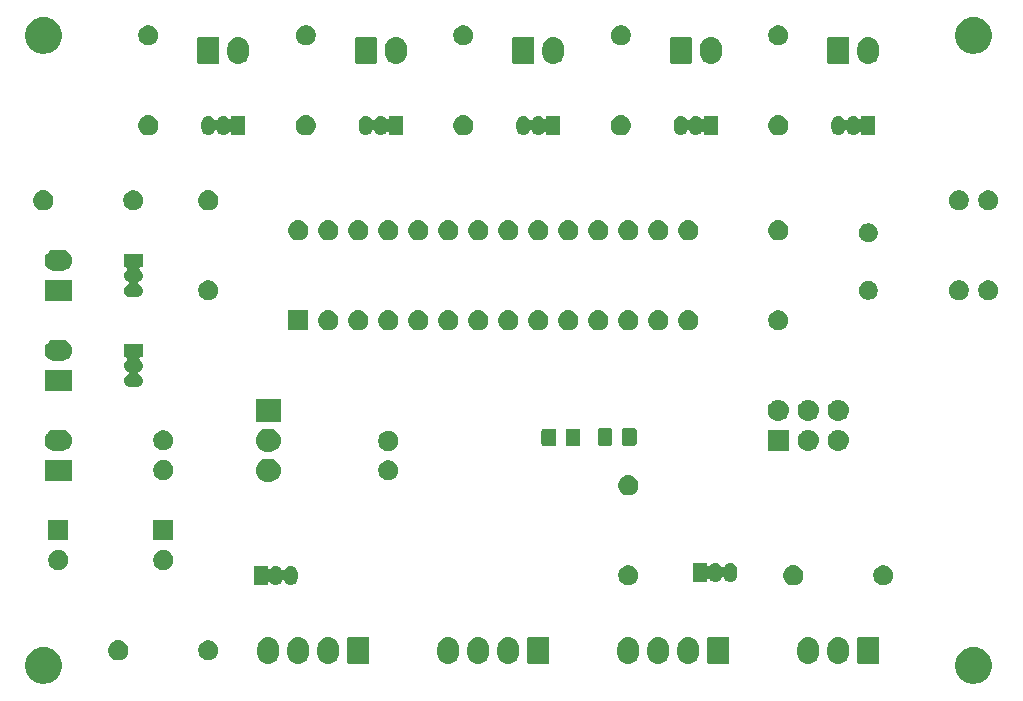
<source format=gbr>
G04 #@! TF.GenerationSoftware,KiCad,Pcbnew,5.1.2+dfsg1-1*
G04 #@! TF.CreationDate,2019-07-26T10:31:36-05:00*
G04 #@! TF.ProjectId,PCB,5043422e-6b69-4636-9164-5f7063625858,0.0.0*
G04 #@! TF.SameCoordinates,Original*
G04 #@! TF.FileFunction,Soldermask,Top*
G04 #@! TF.FilePolarity,Negative*
%FSLAX46Y46*%
G04 Gerber Fmt 4.6, Leading zero omitted, Abs format (unit mm)*
G04 Created by KiCad (PCBNEW 5.1.2+dfsg1-1) date 2019-07-26 10:31:36*
%MOMM*%
%LPD*%
G04 APERTURE LIST*
%ADD10C,0.100000*%
G04 APERTURE END LIST*
D10*
G36*
X179372585Y-126748802D02*
G01*
X179522410Y-126778604D01*
X179804674Y-126895521D01*
X180058705Y-127065259D01*
X180274741Y-127281295D01*
X180444479Y-127535326D01*
X180561396Y-127817590D01*
X180574685Y-127884397D01*
X180618844Y-128106398D01*
X180621000Y-128117240D01*
X180621000Y-128422760D01*
X180561396Y-128722410D01*
X180444479Y-129004674D01*
X180274741Y-129258705D01*
X180058705Y-129474741D01*
X179804674Y-129644479D01*
X179522410Y-129761396D01*
X179372585Y-129791198D01*
X179222761Y-129821000D01*
X178917239Y-129821000D01*
X178767415Y-129791198D01*
X178617590Y-129761396D01*
X178335326Y-129644479D01*
X178081295Y-129474741D01*
X177865259Y-129258705D01*
X177695521Y-129004674D01*
X177578604Y-128722410D01*
X177519000Y-128422760D01*
X177519000Y-128117240D01*
X177521157Y-128106398D01*
X177565315Y-127884397D01*
X177578604Y-127817590D01*
X177695521Y-127535326D01*
X177865259Y-127281295D01*
X178081295Y-127065259D01*
X178335326Y-126895521D01*
X178617590Y-126778604D01*
X178767415Y-126748802D01*
X178917239Y-126719000D01*
X179222761Y-126719000D01*
X179372585Y-126748802D01*
X179372585Y-126748802D01*
G37*
G36*
X100632585Y-126748802D02*
G01*
X100782410Y-126778604D01*
X101064674Y-126895521D01*
X101318705Y-127065259D01*
X101534741Y-127281295D01*
X101704479Y-127535326D01*
X101821396Y-127817590D01*
X101834685Y-127884397D01*
X101878844Y-128106398D01*
X101881000Y-128117240D01*
X101881000Y-128422760D01*
X101821396Y-128722410D01*
X101704479Y-129004674D01*
X101534741Y-129258705D01*
X101318705Y-129474741D01*
X101064674Y-129644479D01*
X100782410Y-129761396D01*
X100632585Y-129791198D01*
X100482761Y-129821000D01*
X100177239Y-129821000D01*
X100027415Y-129791198D01*
X99877590Y-129761396D01*
X99595326Y-129644479D01*
X99341295Y-129474741D01*
X99125259Y-129258705D01*
X98955521Y-129004674D01*
X98838604Y-128722410D01*
X98779000Y-128422760D01*
X98779000Y-128117240D01*
X98781157Y-128106398D01*
X98825315Y-127884397D01*
X98838604Y-127817590D01*
X98955521Y-127535326D01*
X99125259Y-127281295D01*
X99341295Y-127065259D01*
X99595326Y-126895521D01*
X99877590Y-126778604D01*
X100027415Y-126748802D01*
X100177239Y-126719000D01*
X100482761Y-126719000D01*
X100632585Y-126748802D01*
X100632585Y-126748802D01*
G37*
G36*
X119560548Y-125862326D02*
G01*
X119734157Y-125914990D01*
X119894156Y-126000511D01*
X119908612Y-126012375D01*
X120034397Y-126115603D01*
X120111845Y-126209975D01*
X120149489Y-126255844D01*
X120235010Y-126415843D01*
X120287674Y-126589452D01*
X120301000Y-126724757D01*
X120301000Y-127275244D01*
X120287674Y-127410548D01*
X120235010Y-127584157D01*
X120149489Y-127744156D01*
X120113729Y-127787729D01*
X120034397Y-127884397D01*
X119894155Y-127999489D01*
X119734156Y-128085010D01*
X119560547Y-128137674D01*
X119380000Y-128155456D01*
X119199452Y-128137674D01*
X119025843Y-128085010D01*
X118865844Y-127999489D01*
X118822271Y-127963729D01*
X118725603Y-127884397D01*
X118610511Y-127744155D01*
X118524991Y-127584158D01*
X118512348Y-127542480D01*
X118472326Y-127410547D01*
X118459000Y-127275243D01*
X118459000Y-126724756D01*
X118472326Y-126589452D01*
X118524990Y-126415843D01*
X118610512Y-126255844D01*
X118648156Y-126209975D01*
X118725604Y-126115603D01*
X118851389Y-126012375D01*
X118865845Y-126000511D01*
X119025844Y-125914990D01*
X119199453Y-125862326D01*
X119380000Y-125844544D01*
X119560548Y-125862326D01*
X119560548Y-125862326D01*
G37*
G36*
X124640548Y-125862326D02*
G01*
X124814157Y-125914990D01*
X124974156Y-126000511D01*
X124988612Y-126012375D01*
X125114397Y-126115603D01*
X125191845Y-126209975D01*
X125229489Y-126255844D01*
X125315010Y-126415843D01*
X125367674Y-126589452D01*
X125381000Y-126724757D01*
X125381000Y-127275244D01*
X125367674Y-127410548D01*
X125315010Y-127584157D01*
X125229489Y-127744156D01*
X125193729Y-127787729D01*
X125114397Y-127884397D01*
X124974155Y-127999489D01*
X124814156Y-128085010D01*
X124640547Y-128137674D01*
X124460000Y-128155456D01*
X124279452Y-128137674D01*
X124105843Y-128085010D01*
X123945844Y-127999489D01*
X123902271Y-127963729D01*
X123805603Y-127884397D01*
X123690511Y-127744155D01*
X123604991Y-127584158D01*
X123592348Y-127542480D01*
X123552326Y-127410547D01*
X123539000Y-127275243D01*
X123539000Y-126724756D01*
X123552326Y-126589452D01*
X123604990Y-126415843D01*
X123690512Y-126255844D01*
X123728156Y-126209975D01*
X123805604Y-126115603D01*
X123931389Y-126012375D01*
X123945845Y-126000511D01*
X124105844Y-125914990D01*
X124279453Y-125862326D01*
X124460000Y-125844544D01*
X124640548Y-125862326D01*
X124640548Y-125862326D01*
G37*
G36*
X165280548Y-125862326D02*
G01*
X165454157Y-125914990D01*
X165614156Y-126000511D01*
X165628612Y-126012375D01*
X165754397Y-126115603D01*
X165831845Y-126209975D01*
X165869489Y-126255844D01*
X165955010Y-126415843D01*
X166007674Y-126589452D01*
X166021000Y-126724757D01*
X166021000Y-127275244D01*
X166007674Y-127410548D01*
X165955010Y-127584157D01*
X165869489Y-127744156D01*
X165833729Y-127787729D01*
X165754397Y-127884397D01*
X165614155Y-127999489D01*
X165454156Y-128085010D01*
X165280547Y-128137674D01*
X165100000Y-128155456D01*
X164919452Y-128137674D01*
X164745843Y-128085010D01*
X164585844Y-127999489D01*
X164542271Y-127963729D01*
X164445603Y-127884397D01*
X164330511Y-127744155D01*
X164244991Y-127584158D01*
X164232348Y-127542480D01*
X164192326Y-127410547D01*
X164179000Y-127275243D01*
X164179000Y-126724756D01*
X164192326Y-126589452D01*
X164244990Y-126415843D01*
X164330512Y-126255844D01*
X164368156Y-126209975D01*
X164445604Y-126115603D01*
X164571389Y-126012375D01*
X164585845Y-126000511D01*
X164745844Y-125914990D01*
X164919453Y-125862326D01*
X165100000Y-125844544D01*
X165280548Y-125862326D01*
X165280548Y-125862326D01*
G37*
G36*
X167820548Y-125862326D02*
G01*
X167994157Y-125914990D01*
X168154156Y-126000511D01*
X168168612Y-126012375D01*
X168294397Y-126115603D01*
X168371845Y-126209975D01*
X168409489Y-126255844D01*
X168495010Y-126415843D01*
X168547674Y-126589452D01*
X168561000Y-126724757D01*
X168561000Y-127275244D01*
X168547674Y-127410548D01*
X168495010Y-127584157D01*
X168409489Y-127744156D01*
X168373729Y-127787729D01*
X168294397Y-127884397D01*
X168154155Y-127999489D01*
X167994156Y-128085010D01*
X167820547Y-128137674D01*
X167640000Y-128155456D01*
X167459452Y-128137674D01*
X167285843Y-128085010D01*
X167125844Y-127999489D01*
X167082271Y-127963729D01*
X166985603Y-127884397D01*
X166870511Y-127744155D01*
X166784991Y-127584158D01*
X166772348Y-127542480D01*
X166732326Y-127410547D01*
X166719000Y-127275243D01*
X166719000Y-126724756D01*
X166732326Y-126589452D01*
X166784990Y-126415843D01*
X166870512Y-126255844D01*
X166908156Y-126209975D01*
X166985604Y-126115603D01*
X167111389Y-126012375D01*
X167125845Y-126000511D01*
X167285844Y-125914990D01*
X167459453Y-125862326D01*
X167640000Y-125844544D01*
X167820548Y-125862326D01*
X167820548Y-125862326D01*
G37*
G36*
X134800548Y-125862326D02*
G01*
X134974157Y-125914990D01*
X135134156Y-126000511D01*
X135148612Y-126012375D01*
X135274397Y-126115603D01*
X135351845Y-126209975D01*
X135389489Y-126255844D01*
X135475010Y-126415843D01*
X135527674Y-126589452D01*
X135541000Y-126724757D01*
X135541000Y-127275244D01*
X135527674Y-127410548D01*
X135475010Y-127584157D01*
X135389489Y-127744156D01*
X135353729Y-127787729D01*
X135274397Y-127884397D01*
X135134155Y-127999489D01*
X134974156Y-128085010D01*
X134800547Y-128137674D01*
X134620000Y-128155456D01*
X134439452Y-128137674D01*
X134265843Y-128085010D01*
X134105844Y-127999489D01*
X134062271Y-127963729D01*
X133965603Y-127884397D01*
X133850511Y-127744155D01*
X133764991Y-127584158D01*
X133752348Y-127542480D01*
X133712326Y-127410547D01*
X133699000Y-127275243D01*
X133699000Y-126724756D01*
X133712326Y-126589452D01*
X133764990Y-126415843D01*
X133850512Y-126255844D01*
X133888156Y-126209975D01*
X133965604Y-126115603D01*
X134091389Y-126012375D01*
X134105845Y-126000511D01*
X134265844Y-125914990D01*
X134439453Y-125862326D01*
X134620000Y-125844544D01*
X134800548Y-125862326D01*
X134800548Y-125862326D01*
G37*
G36*
X137340548Y-125862326D02*
G01*
X137514157Y-125914990D01*
X137674156Y-126000511D01*
X137688612Y-126012375D01*
X137814397Y-126115603D01*
X137891845Y-126209975D01*
X137929489Y-126255844D01*
X138015010Y-126415843D01*
X138067674Y-126589452D01*
X138081000Y-126724757D01*
X138081000Y-127275244D01*
X138067674Y-127410548D01*
X138015010Y-127584157D01*
X137929489Y-127744156D01*
X137893729Y-127787729D01*
X137814397Y-127884397D01*
X137674155Y-127999489D01*
X137514156Y-128085010D01*
X137340547Y-128137674D01*
X137160000Y-128155456D01*
X136979452Y-128137674D01*
X136805843Y-128085010D01*
X136645844Y-127999489D01*
X136602271Y-127963729D01*
X136505603Y-127884397D01*
X136390511Y-127744155D01*
X136304991Y-127584158D01*
X136292348Y-127542480D01*
X136252326Y-127410547D01*
X136239000Y-127275243D01*
X136239000Y-126724756D01*
X136252326Y-126589452D01*
X136304990Y-126415843D01*
X136390512Y-126255844D01*
X136428156Y-126209975D01*
X136505604Y-126115603D01*
X136631389Y-126012375D01*
X136645845Y-126000511D01*
X136805844Y-125914990D01*
X136979453Y-125862326D01*
X137160000Y-125844544D01*
X137340548Y-125862326D01*
X137340548Y-125862326D01*
G37*
G36*
X150040548Y-125862326D02*
G01*
X150214157Y-125914990D01*
X150374156Y-126000511D01*
X150388612Y-126012375D01*
X150514397Y-126115603D01*
X150591845Y-126209975D01*
X150629489Y-126255844D01*
X150715010Y-126415843D01*
X150767674Y-126589452D01*
X150781000Y-126724757D01*
X150781000Y-127275244D01*
X150767674Y-127410548D01*
X150715010Y-127584157D01*
X150629489Y-127744156D01*
X150593729Y-127787729D01*
X150514397Y-127884397D01*
X150374155Y-127999489D01*
X150214156Y-128085010D01*
X150040547Y-128137674D01*
X149860000Y-128155456D01*
X149679452Y-128137674D01*
X149505843Y-128085010D01*
X149345844Y-127999489D01*
X149302271Y-127963729D01*
X149205603Y-127884397D01*
X149090511Y-127744155D01*
X149004991Y-127584158D01*
X148992348Y-127542480D01*
X148952326Y-127410547D01*
X148939000Y-127275243D01*
X148939000Y-126724756D01*
X148952326Y-126589452D01*
X149004990Y-126415843D01*
X149090512Y-126255844D01*
X149128156Y-126209975D01*
X149205604Y-126115603D01*
X149331389Y-126012375D01*
X149345845Y-126000511D01*
X149505844Y-125914990D01*
X149679453Y-125862326D01*
X149860000Y-125844544D01*
X150040548Y-125862326D01*
X150040548Y-125862326D01*
G37*
G36*
X152580548Y-125862326D02*
G01*
X152754157Y-125914990D01*
X152914156Y-126000511D01*
X152928612Y-126012375D01*
X153054397Y-126115603D01*
X153131845Y-126209975D01*
X153169489Y-126255844D01*
X153255010Y-126415843D01*
X153307674Y-126589452D01*
X153321000Y-126724757D01*
X153321000Y-127275244D01*
X153307674Y-127410548D01*
X153255010Y-127584157D01*
X153169489Y-127744156D01*
X153133729Y-127787729D01*
X153054397Y-127884397D01*
X152914155Y-127999489D01*
X152754156Y-128085010D01*
X152580547Y-128137674D01*
X152400000Y-128155456D01*
X152219452Y-128137674D01*
X152045843Y-128085010D01*
X151885844Y-127999489D01*
X151842271Y-127963729D01*
X151745603Y-127884397D01*
X151630511Y-127744155D01*
X151544991Y-127584158D01*
X151532348Y-127542480D01*
X151492326Y-127410547D01*
X151479000Y-127275243D01*
X151479000Y-126724756D01*
X151492326Y-126589452D01*
X151544990Y-126415843D01*
X151630512Y-126255844D01*
X151668156Y-126209975D01*
X151745604Y-126115603D01*
X151871389Y-126012375D01*
X151885845Y-126000511D01*
X152045844Y-125914990D01*
X152219453Y-125862326D01*
X152400000Y-125844544D01*
X152580548Y-125862326D01*
X152580548Y-125862326D01*
G37*
G36*
X155120548Y-125862326D02*
G01*
X155294157Y-125914990D01*
X155454156Y-126000511D01*
X155468612Y-126012375D01*
X155594397Y-126115603D01*
X155671845Y-126209975D01*
X155709489Y-126255844D01*
X155795010Y-126415843D01*
X155847674Y-126589452D01*
X155861000Y-126724757D01*
X155861000Y-127275244D01*
X155847674Y-127410548D01*
X155795010Y-127584157D01*
X155709489Y-127744156D01*
X155673729Y-127787729D01*
X155594397Y-127884397D01*
X155454155Y-127999489D01*
X155294156Y-128085010D01*
X155120547Y-128137674D01*
X154940000Y-128155456D01*
X154759452Y-128137674D01*
X154585843Y-128085010D01*
X154425844Y-127999489D01*
X154382271Y-127963729D01*
X154285603Y-127884397D01*
X154170511Y-127744155D01*
X154084991Y-127584158D01*
X154072348Y-127542480D01*
X154032326Y-127410547D01*
X154019000Y-127275243D01*
X154019000Y-126724756D01*
X154032326Y-126589452D01*
X154084990Y-126415843D01*
X154170512Y-126255844D01*
X154208156Y-126209975D01*
X154285604Y-126115603D01*
X154411389Y-126012375D01*
X154425845Y-126000511D01*
X154585844Y-125914990D01*
X154759453Y-125862326D01*
X154940000Y-125844544D01*
X155120548Y-125862326D01*
X155120548Y-125862326D01*
G37*
G36*
X122100548Y-125862326D02*
G01*
X122274157Y-125914990D01*
X122434156Y-126000511D01*
X122448612Y-126012375D01*
X122574397Y-126115603D01*
X122651845Y-126209975D01*
X122689489Y-126255844D01*
X122775010Y-126415843D01*
X122827674Y-126589452D01*
X122841000Y-126724757D01*
X122841000Y-127275244D01*
X122827674Y-127410548D01*
X122775010Y-127584157D01*
X122689489Y-127744156D01*
X122653729Y-127787729D01*
X122574397Y-127884397D01*
X122434155Y-127999489D01*
X122274156Y-128085010D01*
X122100547Y-128137674D01*
X121920000Y-128155456D01*
X121739452Y-128137674D01*
X121565843Y-128085010D01*
X121405844Y-127999489D01*
X121362271Y-127963729D01*
X121265603Y-127884397D01*
X121150511Y-127744155D01*
X121064991Y-127584158D01*
X121052348Y-127542480D01*
X121012326Y-127410547D01*
X120999000Y-127275243D01*
X120999000Y-126724756D01*
X121012326Y-126589452D01*
X121064990Y-126415843D01*
X121150512Y-126255844D01*
X121188156Y-126209975D01*
X121265604Y-126115603D01*
X121391389Y-126012375D01*
X121405845Y-126000511D01*
X121565844Y-125914990D01*
X121739453Y-125862326D01*
X121920000Y-125844544D01*
X122100548Y-125862326D01*
X122100548Y-125862326D01*
G37*
G36*
X139880548Y-125862326D02*
G01*
X140054157Y-125914990D01*
X140214156Y-126000511D01*
X140228612Y-126012375D01*
X140354397Y-126115603D01*
X140431845Y-126209975D01*
X140469489Y-126255844D01*
X140555010Y-126415843D01*
X140607674Y-126589452D01*
X140621000Y-126724757D01*
X140621000Y-127275244D01*
X140607674Y-127410548D01*
X140555010Y-127584157D01*
X140469489Y-127744156D01*
X140433729Y-127787729D01*
X140354397Y-127884397D01*
X140214155Y-127999489D01*
X140054156Y-128085010D01*
X139880547Y-128137674D01*
X139700000Y-128155456D01*
X139519452Y-128137674D01*
X139345843Y-128085010D01*
X139185844Y-127999489D01*
X139142271Y-127963729D01*
X139045603Y-127884397D01*
X138930511Y-127744155D01*
X138844991Y-127584158D01*
X138832348Y-127542480D01*
X138792326Y-127410547D01*
X138779000Y-127275243D01*
X138779000Y-126724756D01*
X138792326Y-126589452D01*
X138844990Y-126415843D01*
X138930512Y-126255844D01*
X138968156Y-126209975D01*
X139045604Y-126115603D01*
X139171389Y-126012375D01*
X139185845Y-126000511D01*
X139345844Y-125914990D01*
X139519453Y-125862326D01*
X139700000Y-125844544D01*
X139880548Y-125862326D01*
X139880548Y-125862326D01*
G37*
G36*
X158259561Y-125852966D02*
G01*
X158292383Y-125862923D01*
X158322632Y-125879092D01*
X158349148Y-125900852D01*
X158370908Y-125927368D01*
X158387077Y-125957617D01*
X158397034Y-125990439D01*
X158401000Y-126030713D01*
X158401000Y-127969287D01*
X158397034Y-128009561D01*
X158387077Y-128042383D01*
X158370908Y-128072632D01*
X158349148Y-128099148D01*
X158322632Y-128120908D01*
X158292383Y-128137077D01*
X158259561Y-128147034D01*
X158219287Y-128151000D01*
X156740713Y-128151000D01*
X156700439Y-128147034D01*
X156667617Y-128137077D01*
X156637368Y-128120908D01*
X156610852Y-128099148D01*
X156589092Y-128072632D01*
X156572923Y-128042383D01*
X156562966Y-128009561D01*
X156559000Y-127969287D01*
X156559000Y-126030713D01*
X156562966Y-125990439D01*
X156572923Y-125957617D01*
X156589092Y-125927368D01*
X156610852Y-125900852D01*
X156637368Y-125879092D01*
X156667617Y-125862923D01*
X156700439Y-125852966D01*
X156740713Y-125849000D01*
X158219287Y-125849000D01*
X158259561Y-125852966D01*
X158259561Y-125852966D01*
G37*
G36*
X127779561Y-125852966D02*
G01*
X127812383Y-125862923D01*
X127842632Y-125879092D01*
X127869148Y-125900852D01*
X127890908Y-125927368D01*
X127907077Y-125957617D01*
X127917034Y-125990439D01*
X127921000Y-126030713D01*
X127921000Y-127969287D01*
X127917034Y-128009561D01*
X127907077Y-128042383D01*
X127890908Y-128072632D01*
X127869148Y-128099148D01*
X127842632Y-128120908D01*
X127812383Y-128137077D01*
X127779561Y-128147034D01*
X127739287Y-128151000D01*
X126260713Y-128151000D01*
X126220439Y-128147034D01*
X126187617Y-128137077D01*
X126157368Y-128120908D01*
X126130852Y-128099148D01*
X126109092Y-128072632D01*
X126092923Y-128042383D01*
X126082966Y-128009561D01*
X126079000Y-127969287D01*
X126079000Y-126030713D01*
X126082966Y-125990439D01*
X126092923Y-125957617D01*
X126109092Y-125927368D01*
X126130852Y-125900852D01*
X126157368Y-125879092D01*
X126187617Y-125862923D01*
X126220439Y-125852966D01*
X126260713Y-125849000D01*
X127739287Y-125849000D01*
X127779561Y-125852966D01*
X127779561Y-125852966D01*
G37*
G36*
X143019561Y-125852966D02*
G01*
X143052383Y-125862923D01*
X143082632Y-125879092D01*
X143109148Y-125900852D01*
X143130908Y-125927368D01*
X143147077Y-125957617D01*
X143157034Y-125990439D01*
X143161000Y-126030713D01*
X143161000Y-127969287D01*
X143157034Y-128009561D01*
X143147077Y-128042383D01*
X143130908Y-128072632D01*
X143109148Y-128099148D01*
X143082632Y-128120908D01*
X143052383Y-128137077D01*
X143019561Y-128147034D01*
X142979287Y-128151000D01*
X141500713Y-128151000D01*
X141460439Y-128147034D01*
X141427617Y-128137077D01*
X141397368Y-128120908D01*
X141370852Y-128099148D01*
X141349092Y-128072632D01*
X141332923Y-128042383D01*
X141322966Y-128009561D01*
X141319000Y-127969287D01*
X141319000Y-126030713D01*
X141322966Y-125990439D01*
X141332923Y-125957617D01*
X141349092Y-125927368D01*
X141370852Y-125900852D01*
X141397368Y-125879092D01*
X141427617Y-125862923D01*
X141460439Y-125852966D01*
X141500713Y-125849000D01*
X142979287Y-125849000D01*
X143019561Y-125852966D01*
X143019561Y-125852966D01*
G37*
G36*
X170959561Y-125852966D02*
G01*
X170992383Y-125862923D01*
X171022632Y-125879092D01*
X171049148Y-125900852D01*
X171070908Y-125927368D01*
X171087077Y-125957617D01*
X171097034Y-125990439D01*
X171101000Y-126030713D01*
X171101000Y-127969287D01*
X171097034Y-128009561D01*
X171087077Y-128042383D01*
X171070908Y-128072632D01*
X171049148Y-128099148D01*
X171022632Y-128120908D01*
X170992383Y-128137077D01*
X170959561Y-128147034D01*
X170919287Y-128151000D01*
X169440713Y-128151000D01*
X169400439Y-128147034D01*
X169367617Y-128137077D01*
X169337368Y-128120908D01*
X169310852Y-128099148D01*
X169289092Y-128072632D01*
X169272923Y-128042383D01*
X169262966Y-128009561D01*
X169259000Y-127969287D01*
X169259000Y-126030713D01*
X169262966Y-125990439D01*
X169272923Y-125957617D01*
X169289092Y-125927368D01*
X169310852Y-125900852D01*
X169337368Y-125879092D01*
X169367617Y-125862923D01*
X169400439Y-125852966D01*
X169440713Y-125849000D01*
X170919287Y-125849000D01*
X170959561Y-125852966D01*
X170959561Y-125852966D01*
G37*
G36*
X106846823Y-126161313D02*
G01*
X107007242Y-126209976D01*
X107139906Y-126280886D01*
X107155078Y-126288996D01*
X107284659Y-126395341D01*
X107391004Y-126524922D01*
X107391005Y-126524924D01*
X107470024Y-126672758D01*
X107518687Y-126833177D01*
X107535117Y-127000000D01*
X107518687Y-127166823D01*
X107470024Y-127327242D01*
X107425496Y-127410548D01*
X107391004Y-127475078D01*
X107284659Y-127604659D01*
X107155078Y-127711004D01*
X107155076Y-127711005D01*
X107007242Y-127790024D01*
X106846823Y-127838687D01*
X106721804Y-127851000D01*
X106638196Y-127851000D01*
X106513177Y-127838687D01*
X106352758Y-127790024D01*
X106204924Y-127711005D01*
X106204922Y-127711004D01*
X106075341Y-127604659D01*
X105968996Y-127475078D01*
X105934504Y-127410548D01*
X105889976Y-127327242D01*
X105841313Y-127166823D01*
X105824883Y-127000000D01*
X105841313Y-126833177D01*
X105889976Y-126672758D01*
X105968995Y-126524924D01*
X105968996Y-126524922D01*
X106075341Y-126395341D01*
X106204922Y-126288996D01*
X106220094Y-126280886D01*
X106352758Y-126209976D01*
X106513177Y-126161313D01*
X106638196Y-126149000D01*
X106721804Y-126149000D01*
X106846823Y-126161313D01*
X106846823Y-126161313D01*
G37*
G36*
X114548228Y-126181703D02*
G01*
X114703100Y-126245853D01*
X114842481Y-126338985D01*
X114961015Y-126457519D01*
X115054147Y-126596900D01*
X115118297Y-126751772D01*
X115151000Y-126916184D01*
X115151000Y-127083816D01*
X115118297Y-127248228D01*
X115054147Y-127403100D01*
X114961015Y-127542481D01*
X114842481Y-127661015D01*
X114703100Y-127754147D01*
X114548228Y-127818297D01*
X114383816Y-127851000D01*
X114216184Y-127851000D01*
X114051772Y-127818297D01*
X113896900Y-127754147D01*
X113757519Y-127661015D01*
X113638985Y-127542481D01*
X113545853Y-127403100D01*
X113481703Y-127248228D01*
X113449000Y-127083816D01*
X113449000Y-126916184D01*
X113481703Y-126751772D01*
X113545853Y-126596900D01*
X113638985Y-126457519D01*
X113757519Y-126338985D01*
X113896900Y-126245853D01*
X114051772Y-126181703D01*
X114216184Y-126149000D01*
X114383816Y-126149000D01*
X114548228Y-126181703D01*
X114548228Y-126181703D01*
G37*
G36*
X171698228Y-119831703D02*
G01*
X171853100Y-119895853D01*
X171992481Y-119988985D01*
X172111015Y-120107519D01*
X172204147Y-120246900D01*
X172268297Y-120401772D01*
X172301000Y-120566184D01*
X172301000Y-120733816D01*
X172268297Y-120898228D01*
X172204147Y-121053100D01*
X172111015Y-121192481D01*
X171992481Y-121311015D01*
X171853100Y-121404147D01*
X171698228Y-121468297D01*
X171533816Y-121501000D01*
X171366184Y-121501000D01*
X171201772Y-121468297D01*
X171046900Y-121404147D01*
X170907519Y-121311015D01*
X170788985Y-121192481D01*
X170695853Y-121053100D01*
X170631703Y-120898228D01*
X170599000Y-120733816D01*
X170599000Y-120566184D01*
X170631703Y-120401772D01*
X170695853Y-120246900D01*
X170788985Y-120107519D01*
X170907519Y-119988985D01*
X171046900Y-119895853D01*
X171201772Y-119831703D01*
X171366184Y-119799000D01*
X171533816Y-119799000D01*
X171698228Y-119831703D01*
X171698228Y-119831703D01*
G37*
G36*
X163996823Y-119811313D02*
G01*
X164157242Y-119859976D01*
X164224361Y-119895852D01*
X164305078Y-119938996D01*
X164434659Y-120045341D01*
X164541004Y-120174922D01*
X164541005Y-120174924D01*
X164620024Y-120322758D01*
X164668687Y-120483177D01*
X164685117Y-120650000D01*
X164668687Y-120816823D01*
X164620024Y-120977242D01*
X164556283Y-121096492D01*
X164541004Y-121125078D01*
X164434659Y-121254659D01*
X164305078Y-121361004D01*
X164305076Y-121361005D01*
X164157242Y-121440024D01*
X163996823Y-121488687D01*
X163871804Y-121501000D01*
X163788196Y-121501000D01*
X163663177Y-121488687D01*
X163502758Y-121440024D01*
X163354924Y-121361005D01*
X163354922Y-121361004D01*
X163225341Y-121254659D01*
X163118996Y-121125078D01*
X163103717Y-121096492D01*
X163039976Y-120977242D01*
X162991313Y-120816823D01*
X162974883Y-120650000D01*
X162991313Y-120483177D01*
X163039976Y-120322758D01*
X163118995Y-120174924D01*
X163118996Y-120174922D01*
X163225341Y-120045341D01*
X163354922Y-119938996D01*
X163435639Y-119895852D01*
X163502758Y-119859976D01*
X163663177Y-119811313D01*
X163788196Y-119799000D01*
X163871804Y-119799000D01*
X163996823Y-119811313D01*
X163996823Y-119811313D01*
G37*
G36*
X150108228Y-119831703D02*
G01*
X150263100Y-119895853D01*
X150402481Y-119988985D01*
X150521015Y-120107519D01*
X150614147Y-120246900D01*
X150678297Y-120401772D01*
X150711000Y-120566184D01*
X150711000Y-120733816D01*
X150678297Y-120898228D01*
X150614147Y-121053100D01*
X150521015Y-121192481D01*
X150402481Y-121311015D01*
X150263100Y-121404147D01*
X150108228Y-121468297D01*
X149943816Y-121501000D01*
X149776184Y-121501000D01*
X149611772Y-121468297D01*
X149456900Y-121404147D01*
X149317519Y-121311015D01*
X149198985Y-121192481D01*
X149105853Y-121053100D01*
X149041703Y-120898228D01*
X149009000Y-120733816D01*
X149009000Y-120566184D01*
X149041703Y-120401772D01*
X149105853Y-120246900D01*
X149198985Y-120107519D01*
X149317519Y-119988985D01*
X149456900Y-119895853D01*
X149611772Y-119831703D01*
X149776184Y-119799000D01*
X149943816Y-119799000D01*
X150108228Y-119831703D01*
X150108228Y-119831703D01*
G37*
G36*
X121397915Y-119857334D02*
G01*
X121506491Y-119890271D01*
X121506494Y-119890272D01*
X121542600Y-119909571D01*
X121606556Y-119943756D01*
X121694264Y-120015736D01*
X121766244Y-120103443D01*
X121800429Y-120167399D01*
X121819728Y-120203505D01*
X121819729Y-120203508D01*
X121852666Y-120312084D01*
X121861000Y-120396702D01*
X121861000Y-120903297D01*
X121852666Y-120987916D01*
X121820252Y-121094767D01*
X121819728Y-121096495D01*
X121816655Y-121102244D01*
X121766244Y-121196557D01*
X121694264Y-121284264D01*
X121606557Y-121356244D01*
X121542601Y-121390429D01*
X121506495Y-121409728D01*
X121506492Y-121409729D01*
X121397916Y-121442666D01*
X121285000Y-121453787D01*
X121172085Y-121442666D01*
X121063509Y-121409729D01*
X121063506Y-121409728D01*
X121027400Y-121390429D01*
X120963444Y-121356244D01*
X120875737Y-121284264D01*
X120803757Y-121196557D01*
X120781933Y-121155728D01*
X120760239Y-121115141D01*
X120746625Y-121094766D01*
X120729298Y-121077439D01*
X120708924Y-121063826D01*
X120686285Y-121054448D01*
X120662252Y-121049668D01*
X120637748Y-121049668D01*
X120613715Y-121054448D01*
X120591076Y-121063826D01*
X120570701Y-121077440D01*
X120553374Y-121094767D01*
X120539761Y-121115141D01*
X120496244Y-121196557D01*
X120424264Y-121284264D01*
X120336557Y-121356244D01*
X120272601Y-121390429D01*
X120236495Y-121409728D01*
X120236492Y-121409729D01*
X120127916Y-121442666D01*
X120015000Y-121453787D01*
X119902085Y-121442666D01*
X119793509Y-121409729D01*
X119793506Y-121409728D01*
X119757400Y-121390429D01*
X119693444Y-121356244D01*
X119605737Y-121284264D01*
X119542622Y-121207359D01*
X119525297Y-121190034D01*
X119504923Y-121176420D01*
X119482284Y-121167043D01*
X119458250Y-121162263D01*
X119433746Y-121162263D01*
X119409713Y-121167044D01*
X119387074Y-121176421D01*
X119366700Y-121190035D01*
X119349373Y-121207362D01*
X119335759Y-121227736D01*
X119326382Y-121250375D01*
X119321000Y-121286660D01*
X119321000Y-121451000D01*
X118169000Y-121451000D01*
X118169000Y-119849000D01*
X119321000Y-119849000D01*
X119321000Y-120013341D01*
X119323402Y-120037727D01*
X119330515Y-120061176D01*
X119342066Y-120082787D01*
X119357611Y-120101729D01*
X119376553Y-120117274D01*
X119398164Y-120128825D01*
X119421613Y-120135938D01*
X119445999Y-120138340D01*
X119470385Y-120135938D01*
X119493834Y-120128825D01*
X119515445Y-120117274D01*
X119534387Y-120101729D01*
X119542608Y-120092657D01*
X119605736Y-120015736D01*
X119693443Y-119943756D01*
X119757399Y-119909571D01*
X119793505Y-119890272D01*
X119793508Y-119890271D01*
X119902084Y-119857334D01*
X120015000Y-119846213D01*
X120127915Y-119857334D01*
X120236491Y-119890271D01*
X120236494Y-119890272D01*
X120272600Y-119909571D01*
X120336556Y-119943756D01*
X120424264Y-120015736D01*
X120496244Y-120103443D01*
X120534450Y-120174922D01*
X120539761Y-120184859D01*
X120553375Y-120205234D01*
X120570702Y-120222561D01*
X120591076Y-120236174D01*
X120613715Y-120245552D01*
X120637748Y-120250332D01*
X120662252Y-120250332D01*
X120686285Y-120245552D01*
X120708924Y-120236174D01*
X120729299Y-120222560D01*
X120746626Y-120205233D01*
X120760239Y-120184860D01*
X120803756Y-120103444D01*
X120875736Y-120015736D01*
X120963443Y-119943756D01*
X121027399Y-119909571D01*
X121063505Y-119890272D01*
X121063508Y-119890271D01*
X121172084Y-119857334D01*
X121285000Y-119846213D01*
X121397915Y-119857334D01*
X121397915Y-119857334D01*
G37*
G36*
X158608915Y-119603334D02*
G01*
X158717491Y-119636271D01*
X158717494Y-119636272D01*
X158753600Y-119655571D01*
X158817556Y-119689756D01*
X158905264Y-119761736D01*
X158977244Y-119849443D01*
X159002050Y-119895853D01*
X159030728Y-119949505D01*
X159030729Y-119949508D01*
X159063666Y-120058084D01*
X159072000Y-120142702D01*
X159072000Y-120649297D01*
X159063666Y-120733916D01*
X159031252Y-120840767D01*
X159030728Y-120842495D01*
X159020761Y-120861141D01*
X158977244Y-120942557D01*
X158905264Y-121030264D01*
X158817557Y-121102244D01*
X158753601Y-121136429D01*
X158717495Y-121155728D01*
X158717492Y-121155729D01*
X158608916Y-121188666D01*
X158496000Y-121199787D01*
X158383085Y-121188666D01*
X158274509Y-121155729D01*
X158274506Y-121155728D01*
X158238400Y-121136429D01*
X158174444Y-121102244D01*
X158086737Y-121030264D01*
X158014757Y-120942557D01*
X157971239Y-120861141D01*
X157957625Y-120840766D01*
X157940298Y-120823439D01*
X157919924Y-120809826D01*
X157897285Y-120800448D01*
X157873252Y-120795668D01*
X157848748Y-120795668D01*
X157824715Y-120800448D01*
X157802076Y-120809826D01*
X157781701Y-120823440D01*
X157764374Y-120840767D01*
X157750761Y-120861141D01*
X157707244Y-120942557D01*
X157635264Y-121030264D01*
X157547557Y-121102244D01*
X157483601Y-121136429D01*
X157447495Y-121155728D01*
X157447492Y-121155729D01*
X157338916Y-121188666D01*
X157226000Y-121199787D01*
X157113085Y-121188666D01*
X157004509Y-121155729D01*
X157004506Y-121155728D01*
X156968400Y-121136429D01*
X156904444Y-121102244D01*
X156816737Y-121030264D01*
X156753622Y-120953359D01*
X156736297Y-120936034D01*
X156715923Y-120922420D01*
X156693284Y-120913043D01*
X156669250Y-120908263D01*
X156644746Y-120908263D01*
X156620713Y-120913044D01*
X156598074Y-120922421D01*
X156577700Y-120936035D01*
X156560373Y-120953362D01*
X156546759Y-120973736D01*
X156537382Y-120996375D01*
X156532000Y-121032660D01*
X156532000Y-121197000D01*
X155380000Y-121197000D01*
X155380000Y-119595000D01*
X156532000Y-119595000D01*
X156532000Y-119759341D01*
X156534402Y-119783727D01*
X156541515Y-119807176D01*
X156553066Y-119828787D01*
X156568611Y-119847729D01*
X156587553Y-119863274D01*
X156609164Y-119874825D01*
X156632613Y-119881938D01*
X156656999Y-119884340D01*
X156681385Y-119881938D01*
X156704834Y-119874825D01*
X156726445Y-119863274D01*
X156745387Y-119847729D01*
X156753608Y-119838657D01*
X156816736Y-119761736D01*
X156904443Y-119689756D01*
X156968399Y-119655571D01*
X157004505Y-119636272D01*
X157004508Y-119636271D01*
X157113084Y-119603334D01*
X157226000Y-119592213D01*
X157338915Y-119603334D01*
X157447491Y-119636271D01*
X157447494Y-119636272D01*
X157483600Y-119655571D01*
X157547556Y-119689756D01*
X157635264Y-119761736D01*
X157707244Y-119849443D01*
X157732050Y-119895853D01*
X157750761Y-119930859D01*
X157764375Y-119951234D01*
X157781702Y-119968561D01*
X157802076Y-119982174D01*
X157824715Y-119991552D01*
X157848748Y-119996332D01*
X157873252Y-119996332D01*
X157897285Y-119991552D01*
X157919924Y-119982174D01*
X157940299Y-119968560D01*
X157957626Y-119951233D01*
X157971239Y-119930860D01*
X158014756Y-119849444D01*
X158086736Y-119761736D01*
X158174443Y-119689756D01*
X158238399Y-119655571D01*
X158274505Y-119636272D01*
X158274508Y-119636271D01*
X158383084Y-119603334D01*
X158496000Y-119592213D01*
X158608915Y-119603334D01*
X158608915Y-119603334D01*
G37*
G36*
X110738228Y-118521703D02*
G01*
X110893100Y-118585853D01*
X111032481Y-118678985D01*
X111151015Y-118797519D01*
X111244147Y-118936900D01*
X111308297Y-119091772D01*
X111341000Y-119256184D01*
X111341000Y-119423816D01*
X111308297Y-119588228D01*
X111244147Y-119743100D01*
X111151015Y-119882481D01*
X111032481Y-120001015D01*
X110893100Y-120094147D01*
X110738228Y-120158297D01*
X110573816Y-120191000D01*
X110406184Y-120191000D01*
X110241772Y-120158297D01*
X110086900Y-120094147D01*
X109947519Y-120001015D01*
X109828985Y-119882481D01*
X109735853Y-119743100D01*
X109671703Y-119588228D01*
X109639000Y-119423816D01*
X109639000Y-119256184D01*
X109671703Y-119091772D01*
X109735853Y-118936900D01*
X109828985Y-118797519D01*
X109947519Y-118678985D01*
X110086900Y-118585853D01*
X110241772Y-118521703D01*
X110406184Y-118489000D01*
X110573816Y-118489000D01*
X110738228Y-118521703D01*
X110738228Y-118521703D01*
G37*
G36*
X101848228Y-118521703D02*
G01*
X102003100Y-118585853D01*
X102142481Y-118678985D01*
X102261015Y-118797519D01*
X102354147Y-118936900D01*
X102418297Y-119091772D01*
X102451000Y-119256184D01*
X102451000Y-119423816D01*
X102418297Y-119588228D01*
X102354147Y-119743100D01*
X102261015Y-119882481D01*
X102142481Y-120001015D01*
X102003100Y-120094147D01*
X101848228Y-120158297D01*
X101683816Y-120191000D01*
X101516184Y-120191000D01*
X101351772Y-120158297D01*
X101196900Y-120094147D01*
X101057519Y-120001015D01*
X100938985Y-119882481D01*
X100845853Y-119743100D01*
X100781703Y-119588228D01*
X100749000Y-119423816D01*
X100749000Y-119256184D01*
X100781703Y-119091772D01*
X100845853Y-118936900D01*
X100938985Y-118797519D01*
X101057519Y-118678985D01*
X101196900Y-118585853D01*
X101351772Y-118521703D01*
X101516184Y-118489000D01*
X101683816Y-118489000D01*
X101848228Y-118521703D01*
X101848228Y-118521703D01*
G37*
G36*
X111341000Y-117691000D02*
G01*
X109639000Y-117691000D01*
X109639000Y-115989000D01*
X111341000Y-115989000D01*
X111341000Y-117691000D01*
X111341000Y-117691000D01*
G37*
G36*
X102451000Y-117691000D02*
G01*
X100749000Y-117691000D01*
X100749000Y-115989000D01*
X102451000Y-115989000D01*
X102451000Y-117691000D01*
X102451000Y-117691000D01*
G37*
G36*
X150026823Y-112191313D02*
G01*
X150187242Y-112239976D01*
X150319906Y-112310886D01*
X150335078Y-112318996D01*
X150464659Y-112425341D01*
X150571004Y-112554922D01*
X150571005Y-112554924D01*
X150650024Y-112702758D01*
X150698687Y-112863177D01*
X150715117Y-113030000D01*
X150698687Y-113196823D01*
X150650024Y-113357242D01*
X150579114Y-113489906D01*
X150571004Y-113505078D01*
X150464659Y-113634659D01*
X150335078Y-113741004D01*
X150335076Y-113741005D01*
X150187242Y-113820024D01*
X150026823Y-113868687D01*
X149901804Y-113881000D01*
X149818196Y-113881000D01*
X149693177Y-113868687D01*
X149532758Y-113820024D01*
X149384924Y-113741005D01*
X149384922Y-113741004D01*
X149255341Y-113634659D01*
X149148996Y-113505078D01*
X149140886Y-113489906D01*
X149069976Y-113357242D01*
X149021313Y-113196823D01*
X149004883Y-113030000D01*
X149021313Y-112863177D01*
X149069976Y-112702758D01*
X149148995Y-112554924D01*
X149148996Y-112554922D01*
X149255341Y-112425341D01*
X149384922Y-112318996D01*
X149400094Y-112310886D01*
X149532758Y-112239976D01*
X149693177Y-112191313D01*
X149818196Y-112179000D01*
X149901804Y-112179000D01*
X150026823Y-112191313D01*
X150026823Y-112191313D01*
G37*
G36*
X119525936Y-110761340D02*
G01*
X119624220Y-110771020D01*
X119813381Y-110828401D01*
X119987712Y-110921583D01*
X120140515Y-111046985D01*
X120265917Y-111199788D01*
X120359099Y-111374119D01*
X120416480Y-111563280D01*
X120435855Y-111760000D01*
X120416480Y-111956720D01*
X120359099Y-112145881D01*
X120265917Y-112320212D01*
X120140515Y-112473015D01*
X119987712Y-112598417D01*
X119813381Y-112691599D01*
X119624220Y-112748980D01*
X119525936Y-112758660D01*
X119476795Y-112763500D01*
X119283205Y-112763500D01*
X119234064Y-112758660D01*
X119135780Y-112748980D01*
X118946619Y-112691599D01*
X118772288Y-112598417D01*
X118619485Y-112473015D01*
X118494083Y-112320212D01*
X118400901Y-112145881D01*
X118343520Y-111956720D01*
X118324145Y-111760000D01*
X118343520Y-111563280D01*
X118400901Y-111374119D01*
X118494083Y-111199788D01*
X118619485Y-111046985D01*
X118772288Y-110921583D01*
X118946619Y-110828401D01*
X119135780Y-110771020D01*
X119234064Y-110761340D01*
X119283205Y-110756500D01*
X119476795Y-110756500D01*
X119525936Y-110761340D01*
X119525936Y-110761340D01*
G37*
G36*
X102609561Y-110842966D02*
G01*
X102642383Y-110852923D01*
X102672632Y-110869092D01*
X102699148Y-110890852D01*
X102720908Y-110917368D01*
X102737077Y-110947617D01*
X102747034Y-110980439D01*
X102751000Y-111020713D01*
X102751000Y-112499287D01*
X102747034Y-112539561D01*
X102737077Y-112572383D01*
X102720908Y-112602632D01*
X102699148Y-112629148D01*
X102672632Y-112650908D01*
X102642383Y-112667077D01*
X102609561Y-112677034D01*
X102569287Y-112681000D01*
X100630713Y-112681000D01*
X100590439Y-112677034D01*
X100557617Y-112667077D01*
X100527368Y-112650908D01*
X100500852Y-112629148D01*
X100479092Y-112602632D01*
X100462923Y-112572383D01*
X100452966Y-112539561D01*
X100449000Y-112499287D01*
X100449000Y-111020713D01*
X100452966Y-110980439D01*
X100462923Y-110947617D01*
X100479092Y-110917368D01*
X100500852Y-110890852D01*
X100527368Y-110869092D01*
X100557617Y-110852923D01*
X100590439Y-110842966D01*
X100630713Y-110839000D01*
X102569287Y-110839000D01*
X102609561Y-110842966D01*
X102609561Y-110842966D01*
G37*
G36*
X129788228Y-110941703D02*
G01*
X129943100Y-111005853D01*
X130082481Y-111098985D01*
X130201015Y-111217519D01*
X130294147Y-111356900D01*
X130358297Y-111511772D01*
X130391000Y-111676184D01*
X130391000Y-111843816D01*
X130358297Y-112008228D01*
X130294147Y-112163100D01*
X130201015Y-112302481D01*
X130082481Y-112421015D01*
X129943100Y-112514147D01*
X129788228Y-112578297D01*
X129623816Y-112611000D01*
X129456184Y-112611000D01*
X129291772Y-112578297D01*
X129136900Y-112514147D01*
X128997519Y-112421015D01*
X128878985Y-112302481D01*
X128785853Y-112163100D01*
X128721703Y-112008228D01*
X128689000Y-111843816D01*
X128689000Y-111676184D01*
X128721703Y-111511772D01*
X128785853Y-111356900D01*
X128878985Y-111217519D01*
X128997519Y-111098985D01*
X129136900Y-111005853D01*
X129291772Y-110941703D01*
X129456184Y-110909000D01*
X129623816Y-110909000D01*
X129788228Y-110941703D01*
X129788228Y-110941703D01*
G37*
G36*
X110738228Y-110901703D02*
G01*
X110893100Y-110965853D01*
X111032481Y-111058985D01*
X111151015Y-111177519D01*
X111244147Y-111316900D01*
X111308297Y-111471772D01*
X111341000Y-111636184D01*
X111341000Y-111803816D01*
X111308297Y-111968228D01*
X111244147Y-112123100D01*
X111151015Y-112262481D01*
X111032481Y-112381015D01*
X110893100Y-112474147D01*
X110738228Y-112538297D01*
X110573816Y-112571000D01*
X110406184Y-112571000D01*
X110241772Y-112538297D01*
X110086900Y-112474147D01*
X109947519Y-112381015D01*
X109828985Y-112262481D01*
X109735853Y-112123100D01*
X109671703Y-111968228D01*
X109639000Y-111803816D01*
X109639000Y-111636184D01*
X109671703Y-111471772D01*
X109735853Y-111316900D01*
X109828985Y-111177519D01*
X109947519Y-111058985D01*
X110086900Y-110965853D01*
X110241772Y-110901703D01*
X110406184Y-110869000D01*
X110573816Y-110869000D01*
X110738228Y-110901703D01*
X110738228Y-110901703D01*
G37*
G36*
X119511011Y-108219870D02*
G01*
X119624220Y-108231020D01*
X119813381Y-108288401D01*
X119987712Y-108381583D01*
X120140515Y-108506985D01*
X120265917Y-108659788D01*
X120359099Y-108834119D01*
X120416480Y-109023280D01*
X120435855Y-109220000D01*
X120416480Y-109416720D01*
X120359099Y-109605881D01*
X120265917Y-109780212D01*
X120140515Y-109933015D01*
X119987712Y-110058417D01*
X119813381Y-110151599D01*
X119624220Y-110208980D01*
X119525936Y-110218660D01*
X119476795Y-110223500D01*
X119283205Y-110223500D01*
X119234064Y-110218660D01*
X119135780Y-110208980D01*
X118946619Y-110151599D01*
X118772288Y-110058417D01*
X118619485Y-109933015D01*
X118494083Y-109780212D01*
X118400901Y-109605881D01*
X118343520Y-109416720D01*
X118324145Y-109220000D01*
X118343520Y-109023280D01*
X118400901Y-108834119D01*
X118494083Y-108659788D01*
X118619485Y-108506985D01*
X118772288Y-108381583D01*
X118946619Y-108288401D01*
X119135780Y-108231020D01*
X119248989Y-108219870D01*
X119283205Y-108216500D01*
X119476795Y-108216500D01*
X119511011Y-108219870D01*
X119511011Y-108219870D01*
G37*
G36*
X101920345Y-108303442D02*
G01*
X102010548Y-108312326D01*
X102184157Y-108364990D01*
X102344156Y-108450511D01*
X102364518Y-108467222D01*
X102484397Y-108565603D01*
X102561692Y-108659789D01*
X102599489Y-108705844D01*
X102658849Y-108816900D01*
X102680232Y-108856903D01*
X102685010Y-108865843D01*
X102737674Y-109039452D01*
X102755456Y-109220000D01*
X102737674Y-109400548D01*
X102685010Y-109574157D01*
X102599489Y-109734156D01*
X102576244Y-109762480D01*
X102484397Y-109874397D01*
X102387729Y-109953729D01*
X102344156Y-109989489D01*
X102184157Y-110075010D01*
X102010548Y-110127674D01*
X101920345Y-110136558D01*
X101875245Y-110141000D01*
X101324755Y-110141000D01*
X101279655Y-110136558D01*
X101189452Y-110127674D01*
X101015843Y-110075010D01*
X100855844Y-109989489D01*
X100812271Y-109953729D01*
X100715603Y-109874397D01*
X100623756Y-109762480D01*
X100600511Y-109734156D01*
X100514990Y-109574157D01*
X100462326Y-109400548D01*
X100444544Y-109220000D01*
X100462326Y-109039452D01*
X100514990Y-108865843D01*
X100519769Y-108856903D01*
X100541151Y-108816900D01*
X100600511Y-108705844D01*
X100638308Y-108659789D01*
X100715603Y-108565603D01*
X100835482Y-108467222D01*
X100855844Y-108450511D01*
X101015843Y-108364990D01*
X101189452Y-108312326D01*
X101279655Y-108303442D01*
X101324755Y-108299000D01*
X101875245Y-108299000D01*
X101920345Y-108303442D01*
X101920345Y-108303442D01*
G37*
G36*
X167750443Y-108325519D02*
G01*
X167816627Y-108332037D01*
X167986466Y-108383557D01*
X168142991Y-108467222D01*
X168172176Y-108491174D01*
X168280186Y-108579814D01*
X168360369Y-108677519D01*
X168392778Y-108717009D01*
X168392779Y-108717011D01*
X168467554Y-108856903D01*
X168476443Y-108873534D01*
X168527963Y-109043373D01*
X168545359Y-109220000D01*
X168527963Y-109396627D01*
X168476443Y-109566466D01*
X168392778Y-109722991D01*
X168383615Y-109734156D01*
X168280186Y-109860186D01*
X168191442Y-109933015D01*
X168142991Y-109972778D01*
X167986466Y-110056443D01*
X167816627Y-110107963D01*
X167750443Y-110114481D01*
X167684260Y-110121000D01*
X167595740Y-110121000D01*
X167529557Y-110114481D01*
X167463373Y-110107963D01*
X167293534Y-110056443D01*
X167137009Y-109972778D01*
X167088558Y-109933015D01*
X166999814Y-109860186D01*
X166896385Y-109734156D01*
X166887222Y-109722991D01*
X166803557Y-109566466D01*
X166752037Y-109396627D01*
X166734641Y-109220000D01*
X166752037Y-109043373D01*
X166803557Y-108873534D01*
X166812447Y-108856903D01*
X166887221Y-108717011D01*
X166887222Y-108717009D01*
X166919631Y-108677519D01*
X166999814Y-108579814D01*
X167107824Y-108491174D01*
X167137009Y-108467222D01*
X167293534Y-108383557D01*
X167463373Y-108332037D01*
X167529557Y-108325519D01*
X167595740Y-108319000D01*
X167684260Y-108319000D01*
X167750443Y-108325519D01*
X167750443Y-108325519D01*
G37*
G36*
X165210443Y-108325519D02*
G01*
X165276627Y-108332037D01*
X165446466Y-108383557D01*
X165602991Y-108467222D01*
X165632176Y-108491174D01*
X165740186Y-108579814D01*
X165820369Y-108677519D01*
X165852778Y-108717009D01*
X165852779Y-108717011D01*
X165927554Y-108856903D01*
X165936443Y-108873534D01*
X165987963Y-109043373D01*
X166005359Y-109220000D01*
X165987963Y-109396627D01*
X165936443Y-109566466D01*
X165852778Y-109722991D01*
X165843615Y-109734156D01*
X165740186Y-109860186D01*
X165651442Y-109933015D01*
X165602991Y-109972778D01*
X165446466Y-110056443D01*
X165276627Y-110107963D01*
X165210443Y-110114481D01*
X165144260Y-110121000D01*
X165055740Y-110121000D01*
X164989557Y-110114481D01*
X164923373Y-110107963D01*
X164753534Y-110056443D01*
X164597009Y-109972778D01*
X164548558Y-109933015D01*
X164459814Y-109860186D01*
X164356385Y-109734156D01*
X164347222Y-109722991D01*
X164263557Y-109566466D01*
X164212037Y-109396627D01*
X164194641Y-109220000D01*
X164212037Y-109043373D01*
X164263557Y-108873534D01*
X164272447Y-108856903D01*
X164347221Y-108717011D01*
X164347222Y-108717009D01*
X164379631Y-108677519D01*
X164459814Y-108579814D01*
X164567824Y-108491174D01*
X164597009Y-108467222D01*
X164753534Y-108383557D01*
X164923373Y-108332037D01*
X164989557Y-108325519D01*
X165055740Y-108319000D01*
X165144260Y-108319000D01*
X165210443Y-108325519D01*
X165210443Y-108325519D01*
G37*
G36*
X163461000Y-110121000D02*
G01*
X161659000Y-110121000D01*
X161659000Y-108319000D01*
X163461000Y-108319000D01*
X163461000Y-110121000D01*
X163461000Y-110121000D01*
G37*
G36*
X129788228Y-108441703D02*
G01*
X129943100Y-108505853D01*
X130082481Y-108598985D01*
X130201015Y-108717519D01*
X130294147Y-108856900D01*
X130358297Y-109011772D01*
X130391000Y-109176184D01*
X130391000Y-109343816D01*
X130358297Y-109508228D01*
X130294147Y-109663100D01*
X130201015Y-109802481D01*
X130082481Y-109921015D01*
X129943100Y-110014147D01*
X129788228Y-110078297D01*
X129623816Y-110111000D01*
X129456184Y-110111000D01*
X129291772Y-110078297D01*
X129136900Y-110014147D01*
X128997519Y-109921015D01*
X128878985Y-109802481D01*
X128785853Y-109663100D01*
X128721703Y-109508228D01*
X128689000Y-109343816D01*
X128689000Y-109176184D01*
X128721703Y-109011772D01*
X128785853Y-108856900D01*
X128878985Y-108717519D01*
X128997519Y-108598985D01*
X129136900Y-108505853D01*
X129291772Y-108441703D01*
X129456184Y-108409000D01*
X129623816Y-108409000D01*
X129788228Y-108441703D01*
X129788228Y-108441703D01*
G37*
G36*
X110738228Y-108401703D02*
G01*
X110893100Y-108465853D01*
X111032481Y-108558985D01*
X111151015Y-108677519D01*
X111244147Y-108816900D01*
X111308297Y-108971772D01*
X111341000Y-109136184D01*
X111341000Y-109303816D01*
X111308297Y-109468228D01*
X111244147Y-109623100D01*
X111151015Y-109762481D01*
X111032481Y-109881015D01*
X110893100Y-109974147D01*
X110738228Y-110038297D01*
X110573816Y-110071000D01*
X110406184Y-110071000D01*
X110241772Y-110038297D01*
X110086900Y-109974147D01*
X109947519Y-109881015D01*
X109828985Y-109762481D01*
X109735853Y-109623100D01*
X109671703Y-109468228D01*
X109639000Y-109303816D01*
X109639000Y-109136184D01*
X109671703Y-108971772D01*
X109735853Y-108816900D01*
X109828985Y-108677519D01*
X109947519Y-108558985D01*
X110086900Y-108465853D01*
X110241772Y-108401703D01*
X110406184Y-108369000D01*
X110573816Y-108369000D01*
X110738228Y-108401703D01*
X110738228Y-108401703D01*
G37*
G36*
X143598675Y-108223466D02*
G01*
X143636368Y-108234900D01*
X143671104Y-108253467D01*
X143701549Y-108278453D01*
X143726535Y-108308898D01*
X143745102Y-108343634D01*
X143756536Y-108381327D01*
X143761001Y-108426662D01*
X143761001Y-109513340D01*
X143756536Y-109558675D01*
X143745102Y-109596368D01*
X143726535Y-109631104D01*
X143701549Y-109661549D01*
X143671104Y-109686535D01*
X143636368Y-109705102D01*
X143598675Y-109716536D01*
X143553340Y-109721001D01*
X142716662Y-109721001D01*
X142671327Y-109716536D01*
X142633634Y-109705102D01*
X142598898Y-109686535D01*
X142568453Y-109661549D01*
X142543467Y-109631104D01*
X142524900Y-109596368D01*
X142513466Y-109558675D01*
X142509001Y-109513340D01*
X142509001Y-108426662D01*
X142513466Y-108381327D01*
X142524900Y-108343634D01*
X142543467Y-108308898D01*
X142568453Y-108278453D01*
X142598898Y-108253467D01*
X142633634Y-108234900D01*
X142671327Y-108223466D01*
X142716662Y-108219001D01*
X143553340Y-108219001D01*
X143598675Y-108223466D01*
X143598675Y-108223466D01*
G37*
G36*
X145648675Y-108223466D02*
G01*
X145686368Y-108234900D01*
X145721104Y-108253467D01*
X145751549Y-108278453D01*
X145776535Y-108308898D01*
X145795102Y-108343634D01*
X145806536Y-108381327D01*
X145811001Y-108426662D01*
X145811001Y-109513340D01*
X145806536Y-109558675D01*
X145795102Y-109596368D01*
X145776535Y-109631104D01*
X145751549Y-109661549D01*
X145721104Y-109686535D01*
X145686368Y-109705102D01*
X145648675Y-109716536D01*
X145603340Y-109721001D01*
X144766662Y-109721001D01*
X144721327Y-109716536D01*
X144683634Y-109705102D01*
X144648898Y-109686535D01*
X144618453Y-109661549D01*
X144593467Y-109631104D01*
X144574900Y-109596368D01*
X144563466Y-109558675D01*
X144559001Y-109513340D01*
X144559001Y-108426662D01*
X144563466Y-108381327D01*
X144574900Y-108343634D01*
X144593467Y-108308898D01*
X144618453Y-108278453D01*
X144648898Y-108253467D01*
X144683634Y-108234900D01*
X144721327Y-108223466D01*
X144766662Y-108219001D01*
X145603340Y-108219001D01*
X145648675Y-108223466D01*
X145648675Y-108223466D01*
G37*
G36*
X150393675Y-108178466D02*
G01*
X150431368Y-108189900D01*
X150466104Y-108208467D01*
X150496549Y-108233453D01*
X150521535Y-108263898D01*
X150540102Y-108298634D01*
X150551536Y-108336327D01*
X150556001Y-108381662D01*
X150556001Y-109468340D01*
X150551536Y-109513675D01*
X150540102Y-109551368D01*
X150521535Y-109586104D01*
X150496549Y-109616549D01*
X150466104Y-109641535D01*
X150431368Y-109660102D01*
X150393675Y-109671536D01*
X150348340Y-109676001D01*
X149511662Y-109676001D01*
X149466327Y-109671536D01*
X149428634Y-109660102D01*
X149393898Y-109641535D01*
X149363453Y-109616549D01*
X149338467Y-109586104D01*
X149319900Y-109551368D01*
X149308466Y-109513675D01*
X149304001Y-109468340D01*
X149304001Y-108381662D01*
X149308466Y-108336327D01*
X149319900Y-108298634D01*
X149338467Y-108263898D01*
X149363453Y-108233453D01*
X149393898Y-108208467D01*
X149428634Y-108189900D01*
X149466327Y-108178466D01*
X149511662Y-108174001D01*
X150348340Y-108174001D01*
X150393675Y-108178466D01*
X150393675Y-108178466D01*
G37*
G36*
X148343675Y-108178466D02*
G01*
X148381368Y-108189900D01*
X148416104Y-108208467D01*
X148446549Y-108233453D01*
X148471535Y-108263898D01*
X148490102Y-108298634D01*
X148501536Y-108336327D01*
X148506001Y-108381662D01*
X148506001Y-109468340D01*
X148501536Y-109513675D01*
X148490102Y-109551368D01*
X148471535Y-109586104D01*
X148446549Y-109616549D01*
X148416104Y-109641535D01*
X148381368Y-109660102D01*
X148343675Y-109671536D01*
X148298340Y-109676001D01*
X147461662Y-109676001D01*
X147416327Y-109671536D01*
X147378634Y-109660102D01*
X147343898Y-109641535D01*
X147313453Y-109616549D01*
X147288467Y-109586104D01*
X147269900Y-109551368D01*
X147258466Y-109513675D01*
X147254001Y-109468340D01*
X147254001Y-108381662D01*
X147258466Y-108336327D01*
X147269900Y-108298634D01*
X147288467Y-108263898D01*
X147313453Y-108233453D01*
X147343898Y-108208467D01*
X147378634Y-108189900D01*
X147416327Y-108178466D01*
X147461662Y-108174001D01*
X148298340Y-108174001D01*
X148343675Y-108178466D01*
X148343675Y-108178466D01*
G37*
G36*
X120431000Y-107683500D02*
G01*
X118329000Y-107683500D01*
X118329000Y-105676500D01*
X120431000Y-105676500D01*
X120431000Y-107683500D01*
X120431000Y-107683500D01*
G37*
G36*
X162670443Y-105785519D02*
G01*
X162736627Y-105792037D01*
X162906466Y-105843557D01*
X163062991Y-105927222D01*
X163098729Y-105956552D01*
X163200186Y-106039814D01*
X163283448Y-106141271D01*
X163312778Y-106177009D01*
X163396443Y-106333534D01*
X163447963Y-106503373D01*
X163465359Y-106680000D01*
X163447963Y-106856627D01*
X163396443Y-107026466D01*
X163312778Y-107182991D01*
X163283448Y-107218729D01*
X163200186Y-107320186D01*
X163098729Y-107403448D01*
X163062991Y-107432778D01*
X162906466Y-107516443D01*
X162736627Y-107567963D01*
X162670443Y-107574481D01*
X162604260Y-107581000D01*
X162515740Y-107581000D01*
X162449557Y-107574481D01*
X162383373Y-107567963D01*
X162213534Y-107516443D01*
X162057009Y-107432778D01*
X162021271Y-107403448D01*
X161919814Y-107320186D01*
X161836552Y-107218729D01*
X161807222Y-107182991D01*
X161723557Y-107026466D01*
X161672037Y-106856627D01*
X161654641Y-106680000D01*
X161672037Y-106503373D01*
X161723557Y-106333534D01*
X161807222Y-106177009D01*
X161836552Y-106141271D01*
X161919814Y-106039814D01*
X162021271Y-105956552D01*
X162057009Y-105927222D01*
X162213534Y-105843557D01*
X162383373Y-105792037D01*
X162449557Y-105785519D01*
X162515740Y-105779000D01*
X162604260Y-105779000D01*
X162670443Y-105785519D01*
X162670443Y-105785519D01*
G37*
G36*
X165210443Y-105785519D02*
G01*
X165276627Y-105792037D01*
X165446466Y-105843557D01*
X165602991Y-105927222D01*
X165638729Y-105956552D01*
X165740186Y-106039814D01*
X165823448Y-106141271D01*
X165852778Y-106177009D01*
X165936443Y-106333534D01*
X165987963Y-106503373D01*
X166005359Y-106680000D01*
X165987963Y-106856627D01*
X165936443Y-107026466D01*
X165852778Y-107182991D01*
X165823448Y-107218729D01*
X165740186Y-107320186D01*
X165638729Y-107403448D01*
X165602991Y-107432778D01*
X165446466Y-107516443D01*
X165276627Y-107567963D01*
X165210443Y-107574481D01*
X165144260Y-107581000D01*
X165055740Y-107581000D01*
X164989557Y-107574481D01*
X164923373Y-107567963D01*
X164753534Y-107516443D01*
X164597009Y-107432778D01*
X164561271Y-107403448D01*
X164459814Y-107320186D01*
X164376552Y-107218729D01*
X164347222Y-107182991D01*
X164263557Y-107026466D01*
X164212037Y-106856627D01*
X164194641Y-106680000D01*
X164212037Y-106503373D01*
X164263557Y-106333534D01*
X164347222Y-106177009D01*
X164376552Y-106141271D01*
X164459814Y-106039814D01*
X164561271Y-105956552D01*
X164597009Y-105927222D01*
X164753534Y-105843557D01*
X164923373Y-105792037D01*
X164989557Y-105785519D01*
X165055740Y-105779000D01*
X165144260Y-105779000D01*
X165210443Y-105785519D01*
X165210443Y-105785519D01*
G37*
G36*
X167750443Y-105785519D02*
G01*
X167816627Y-105792037D01*
X167986466Y-105843557D01*
X168142991Y-105927222D01*
X168178729Y-105956552D01*
X168280186Y-106039814D01*
X168363448Y-106141271D01*
X168392778Y-106177009D01*
X168476443Y-106333534D01*
X168527963Y-106503373D01*
X168545359Y-106680000D01*
X168527963Y-106856627D01*
X168476443Y-107026466D01*
X168392778Y-107182991D01*
X168363448Y-107218729D01*
X168280186Y-107320186D01*
X168178729Y-107403448D01*
X168142991Y-107432778D01*
X167986466Y-107516443D01*
X167816627Y-107567963D01*
X167750443Y-107574481D01*
X167684260Y-107581000D01*
X167595740Y-107581000D01*
X167529557Y-107574481D01*
X167463373Y-107567963D01*
X167293534Y-107516443D01*
X167137009Y-107432778D01*
X167101271Y-107403448D01*
X166999814Y-107320186D01*
X166916552Y-107218729D01*
X166887222Y-107182991D01*
X166803557Y-107026466D01*
X166752037Y-106856627D01*
X166734641Y-106680000D01*
X166752037Y-106503373D01*
X166803557Y-106333534D01*
X166887222Y-106177009D01*
X166916552Y-106141271D01*
X166999814Y-106039814D01*
X167101271Y-105956552D01*
X167137009Y-105927222D01*
X167293534Y-105843557D01*
X167463373Y-105792037D01*
X167529557Y-105785519D01*
X167595740Y-105779000D01*
X167684260Y-105779000D01*
X167750443Y-105785519D01*
X167750443Y-105785519D01*
G37*
G36*
X102609561Y-103222966D02*
G01*
X102642383Y-103232923D01*
X102672632Y-103249092D01*
X102699148Y-103270852D01*
X102720908Y-103297368D01*
X102737077Y-103327617D01*
X102747034Y-103360439D01*
X102751000Y-103400713D01*
X102751000Y-104879287D01*
X102747034Y-104919561D01*
X102737077Y-104952383D01*
X102720908Y-104982632D01*
X102699148Y-105009148D01*
X102672632Y-105030908D01*
X102642383Y-105047077D01*
X102609561Y-105057034D01*
X102569287Y-105061000D01*
X100630713Y-105061000D01*
X100590439Y-105057034D01*
X100557617Y-105047077D01*
X100527368Y-105030908D01*
X100500852Y-105009148D01*
X100479092Y-104982632D01*
X100462923Y-104952383D01*
X100452966Y-104919561D01*
X100449000Y-104879287D01*
X100449000Y-103400713D01*
X100452966Y-103360439D01*
X100462923Y-103327617D01*
X100479092Y-103297368D01*
X100500852Y-103270852D01*
X100527368Y-103249092D01*
X100557617Y-103232923D01*
X100590439Y-103222966D01*
X100630713Y-103219000D01*
X102569287Y-103219000D01*
X102609561Y-103222966D01*
X102609561Y-103222966D01*
G37*
G36*
X108751000Y-102176000D02*
G01*
X108586660Y-102176000D01*
X108562274Y-102178402D01*
X108538825Y-102185515D01*
X108517214Y-102197066D01*
X108498272Y-102212611D01*
X108482727Y-102231553D01*
X108471176Y-102253164D01*
X108464063Y-102276613D01*
X108461661Y-102300999D01*
X108464063Y-102325385D01*
X108471176Y-102348834D01*
X108482727Y-102370445D01*
X108498272Y-102389387D01*
X108507345Y-102397609D01*
X108584264Y-102460736D01*
X108656244Y-102548443D01*
X108690429Y-102612399D01*
X108709728Y-102648505D01*
X108709729Y-102648508D01*
X108742666Y-102757084D01*
X108753787Y-102870000D01*
X108742666Y-102982916D01*
X108709729Y-103091492D01*
X108709728Y-103091495D01*
X108690429Y-103127601D01*
X108656244Y-103191557D01*
X108584264Y-103279264D01*
X108496557Y-103351244D01*
X108415141Y-103394761D01*
X108394766Y-103408375D01*
X108377439Y-103425702D01*
X108363826Y-103446076D01*
X108354448Y-103468715D01*
X108349668Y-103492748D01*
X108349668Y-103517252D01*
X108354448Y-103541285D01*
X108363826Y-103563924D01*
X108377440Y-103584299D01*
X108394767Y-103601626D01*
X108415141Y-103615239D01*
X108496557Y-103658756D01*
X108584264Y-103730736D01*
X108656244Y-103818443D01*
X108690429Y-103882399D01*
X108709728Y-103918505D01*
X108709729Y-103918508D01*
X108742666Y-104027084D01*
X108753787Y-104140000D01*
X108742666Y-104252916D01*
X108709729Y-104361492D01*
X108709728Y-104361495D01*
X108690429Y-104397601D01*
X108656244Y-104461557D01*
X108584264Y-104549264D01*
X108496557Y-104621244D01*
X108432601Y-104655429D01*
X108396495Y-104674728D01*
X108396492Y-104674729D01*
X108287916Y-104707666D01*
X108203298Y-104716000D01*
X107696702Y-104716000D01*
X107612084Y-104707666D01*
X107503508Y-104674729D01*
X107503505Y-104674728D01*
X107467399Y-104655429D01*
X107403443Y-104621244D01*
X107315736Y-104549264D01*
X107243756Y-104461557D01*
X107209571Y-104397601D01*
X107190272Y-104361495D01*
X107190271Y-104361492D01*
X107157334Y-104252916D01*
X107146213Y-104140000D01*
X107157334Y-104027084D01*
X107190271Y-103918508D01*
X107190272Y-103918505D01*
X107209571Y-103882399D01*
X107243756Y-103818443D01*
X107315736Y-103730736D01*
X107403443Y-103658756D01*
X107484859Y-103615239D01*
X107505234Y-103601625D01*
X107522561Y-103584298D01*
X107536174Y-103563924D01*
X107545552Y-103541285D01*
X107550332Y-103517252D01*
X107550332Y-103492748D01*
X107545552Y-103468715D01*
X107536174Y-103446076D01*
X107522560Y-103425701D01*
X107505233Y-103408374D01*
X107484859Y-103394761D01*
X107403443Y-103351244D01*
X107315736Y-103279264D01*
X107243756Y-103191557D01*
X107209571Y-103127601D01*
X107190272Y-103091495D01*
X107190271Y-103091492D01*
X107157334Y-102982916D01*
X107146213Y-102870000D01*
X107157334Y-102757084D01*
X107190271Y-102648508D01*
X107190272Y-102648505D01*
X107209571Y-102612399D01*
X107243756Y-102548443D01*
X107315736Y-102460736D01*
X107392646Y-102397617D01*
X107409965Y-102380298D01*
X107423579Y-102359923D01*
X107432957Y-102337284D01*
X107437737Y-102313251D01*
X107437737Y-102288747D01*
X107432957Y-102264714D01*
X107423579Y-102242075D01*
X107409966Y-102221701D01*
X107392639Y-102204374D01*
X107372264Y-102190760D01*
X107349625Y-102181382D01*
X107325592Y-102176602D01*
X107313340Y-102176000D01*
X107149000Y-102176000D01*
X107149000Y-101024000D01*
X108751000Y-101024000D01*
X108751000Y-102176000D01*
X108751000Y-102176000D01*
G37*
G36*
X101920345Y-100683442D02*
G01*
X102010548Y-100692326D01*
X102184157Y-100744990D01*
X102344156Y-100830511D01*
X102387729Y-100866271D01*
X102484397Y-100945603D01*
X102563729Y-101042271D01*
X102599489Y-101085844D01*
X102685010Y-101245843D01*
X102737674Y-101419452D01*
X102755456Y-101600000D01*
X102737674Y-101780548D01*
X102685010Y-101954157D01*
X102599489Y-102114156D01*
X102563729Y-102157729D01*
X102484397Y-102254397D01*
X102387729Y-102333729D01*
X102344156Y-102369489D01*
X102184157Y-102455010D01*
X102010548Y-102507674D01*
X101920345Y-102516558D01*
X101875245Y-102521000D01*
X101324755Y-102521000D01*
X101279655Y-102516558D01*
X101189452Y-102507674D01*
X101015843Y-102455010D01*
X100855844Y-102369489D01*
X100812271Y-102333729D01*
X100715603Y-102254397D01*
X100636271Y-102157729D01*
X100600511Y-102114156D01*
X100514990Y-101954157D01*
X100462326Y-101780548D01*
X100444544Y-101600000D01*
X100462326Y-101419452D01*
X100514990Y-101245843D01*
X100600511Y-101085844D01*
X100636271Y-101042271D01*
X100715603Y-100945603D01*
X100812271Y-100866271D01*
X100855844Y-100830511D01*
X101015843Y-100744990D01*
X101189452Y-100692326D01*
X101279655Y-100683442D01*
X101324755Y-100679000D01*
X101875245Y-100679000D01*
X101920345Y-100683442D01*
X101920345Y-100683442D01*
G37*
G36*
X162808228Y-98241703D02*
G01*
X162963100Y-98305853D01*
X163102481Y-98398985D01*
X163221015Y-98517519D01*
X163314147Y-98656900D01*
X163378297Y-98811772D01*
X163411000Y-98976184D01*
X163411000Y-99143816D01*
X163378297Y-99308228D01*
X163314147Y-99463100D01*
X163221015Y-99602481D01*
X163102481Y-99721015D01*
X162963100Y-99814147D01*
X162808228Y-99878297D01*
X162643816Y-99911000D01*
X162476184Y-99911000D01*
X162311772Y-99878297D01*
X162156900Y-99814147D01*
X162017519Y-99721015D01*
X161898985Y-99602481D01*
X161805853Y-99463100D01*
X161741703Y-99308228D01*
X161709000Y-99143816D01*
X161709000Y-98976184D01*
X161741703Y-98811772D01*
X161805853Y-98656900D01*
X161898985Y-98517519D01*
X162017519Y-98398985D01*
X162156900Y-98305853D01*
X162311772Y-98241703D01*
X162476184Y-98209000D01*
X162643816Y-98209000D01*
X162808228Y-98241703D01*
X162808228Y-98241703D01*
G37*
G36*
X134786823Y-98221313D02*
G01*
X134947242Y-98269976D01*
X135014361Y-98305852D01*
X135095078Y-98348996D01*
X135224659Y-98455341D01*
X135331004Y-98584922D01*
X135331005Y-98584924D01*
X135410024Y-98732758D01*
X135458687Y-98893177D01*
X135475117Y-99060000D01*
X135458687Y-99226823D01*
X135410024Y-99387242D01*
X135369477Y-99463100D01*
X135331004Y-99535078D01*
X135224659Y-99664659D01*
X135095078Y-99771004D01*
X135095076Y-99771005D01*
X134947242Y-99850024D01*
X134786823Y-99898687D01*
X134661804Y-99911000D01*
X134578196Y-99911000D01*
X134453177Y-99898687D01*
X134292758Y-99850024D01*
X134144924Y-99771005D01*
X134144922Y-99771004D01*
X134015341Y-99664659D01*
X133908996Y-99535078D01*
X133870523Y-99463100D01*
X133829976Y-99387242D01*
X133781313Y-99226823D01*
X133764883Y-99060000D01*
X133781313Y-98893177D01*
X133829976Y-98732758D01*
X133908995Y-98584924D01*
X133908996Y-98584922D01*
X134015341Y-98455341D01*
X134144922Y-98348996D01*
X134225639Y-98305852D01*
X134292758Y-98269976D01*
X134453177Y-98221313D01*
X134578196Y-98209000D01*
X134661804Y-98209000D01*
X134786823Y-98221313D01*
X134786823Y-98221313D01*
G37*
G36*
X139866823Y-98221313D02*
G01*
X140027242Y-98269976D01*
X140094361Y-98305852D01*
X140175078Y-98348996D01*
X140304659Y-98455341D01*
X140411004Y-98584922D01*
X140411005Y-98584924D01*
X140490024Y-98732758D01*
X140538687Y-98893177D01*
X140555117Y-99060000D01*
X140538687Y-99226823D01*
X140490024Y-99387242D01*
X140449477Y-99463100D01*
X140411004Y-99535078D01*
X140304659Y-99664659D01*
X140175078Y-99771004D01*
X140175076Y-99771005D01*
X140027242Y-99850024D01*
X139866823Y-99898687D01*
X139741804Y-99911000D01*
X139658196Y-99911000D01*
X139533177Y-99898687D01*
X139372758Y-99850024D01*
X139224924Y-99771005D01*
X139224922Y-99771004D01*
X139095341Y-99664659D01*
X138988996Y-99535078D01*
X138950523Y-99463100D01*
X138909976Y-99387242D01*
X138861313Y-99226823D01*
X138844883Y-99060000D01*
X138861313Y-98893177D01*
X138909976Y-98732758D01*
X138988995Y-98584924D01*
X138988996Y-98584922D01*
X139095341Y-98455341D01*
X139224922Y-98348996D01*
X139305639Y-98305852D01*
X139372758Y-98269976D01*
X139533177Y-98221313D01*
X139658196Y-98209000D01*
X139741804Y-98209000D01*
X139866823Y-98221313D01*
X139866823Y-98221313D01*
G37*
G36*
X122771000Y-99911000D02*
G01*
X121069000Y-99911000D01*
X121069000Y-98209000D01*
X122771000Y-98209000D01*
X122771000Y-99911000D01*
X122771000Y-99911000D01*
G37*
G36*
X124626823Y-98221313D02*
G01*
X124787242Y-98269976D01*
X124854361Y-98305852D01*
X124935078Y-98348996D01*
X125064659Y-98455341D01*
X125171004Y-98584922D01*
X125171005Y-98584924D01*
X125250024Y-98732758D01*
X125298687Y-98893177D01*
X125315117Y-99060000D01*
X125298687Y-99226823D01*
X125250024Y-99387242D01*
X125209477Y-99463100D01*
X125171004Y-99535078D01*
X125064659Y-99664659D01*
X124935078Y-99771004D01*
X124935076Y-99771005D01*
X124787242Y-99850024D01*
X124626823Y-99898687D01*
X124501804Y-99911000D01*
X124418196Y-99911000D01*
X124293177Y-99898687D01*
X124132758Y-99850024D01*
X123984924Y-99771005D01*
X123984922Y-99771004D01*
X123855341Y-99664659D01*
X123748996Y-99535078D01*
X123710523Y-99463100D01*
X123669976Y-99387242D01*
X123621313Y-99226823D01*
X123604883Y-99060000D01*
X123621313Y-98893177D01*
X123669976Y-98732758D01*
X123748995Y-98584924D01*
X123748996Y-98584922D01*
X123855341Y-98455341D01*
X123984922Y-98348996D01*
X124065639Y-98305852D01*
X124132758Y-98269976D01*
X124293177Y-98221313D01*
X124418196Y-98209000D01*
X124501804Y-98209000D01*
X124626823Y-98221313D01*
X124626823Y-98221313D01*
G37*
G36*
X127166823Y-98221313D02*
G01*
X127327242Y-98269976D01*
X127394361Y-98305852D01*
X127475078Y-98348996D01*
X127604659Y-98455341D01*
X127711004Y-98584922D01*
X127711005Y-98584924D01*
X127790024Y-98732758D01*
X127838687Y-98893177D01*
X127855117Y-99060000D01*
X127838687Y-99226823D01*
X127790024Y-99387242D01*
X127749477Y-99463100D01*
X127711004Y-99535078D01*
X127604659Y-99664659D01*
X127475078Y-99771004D01*
X127475076Y-99771005D01*
X127327242Y-99850024D01*
X127166823Y-99898687D01*
X127041804Y-99911000D01*
X126958196Y-99911000D01*
X126833177Y-99898687D01*
X126672758Y-99850024D01*
X126524924Y-99771005D01*
X126524922Y-99771004D01*
X126395341Y-99664659D01*
X126288996Y-99535078D01*
X126250523Y-99463100D01*
X126209976Y-99387242D01*
X126161313Y-99226823D01*
X126144883Y-99060000D01*
X126161313Y-98893177D01*
X126209976Y-98732758D01*
X126288995Y-98584924D01*
X126288996Y-98584922D01*
X126395341Y-98455341D01*
X126524922Y-98348996D01*
X126605639Y-98305852D01*
X126672758Y-98269976D01*
X126833177Y-98221313D01*
X126958196Y-98209000D01*
X127041804Y-98209000D01*
X127166823Y-98221313D01*
X127166823Y-98221313D01*
G37*
G36*
X137326823Y-98221313D02*
G01*
X137487242Y-98269976D01*
X137554361Y-98305852D01*
X137635078Y-98348996D01*
X137764659Y-98455341D01*
X137871004Y-98584922D01*
X137871005Y-98584924D01*
X137950024Y-98732758D01*
X137998687Y-98893177D01*
X138015117Y-99060000D01*
X137998687Y-99226823D01*
X137950024Y-99387242D01*
X137909477Y-99463100D01*
X137871004Y-99535078D01*
X137764659Y-99664659D01*
X137635078Y-99771004D01*
X137635076Y-99771005D01*
X137487242Y-99850024D01*
X137326823Y-99898687D01*
X137201804Y-99911000D01*
X137118196Y-99911000D01*
X136993177Y-99898687D01*
X136832758Y-99850024D01*
X136684924Y-99771005D01*
X136684922Y-99771004D01*
X136555341Y-99664659D01*
X136448996Y-99535078D01*
X136410523Y-99463100D01*
X136369976Y-99387242D01*
X136321313Y-99226823D01*
X136304883Y-99060000D01*
X136321313Y-98893177D01*
X136369976Y-98732758D01*
X136448995Y-98584924D01*
X136448996Y-98584922D01*
X136555341Y-98455341D01*
X136684922Y-98348996D01*
X136765639Y-98305852D01*
X136832758Y-98269976D01*
X136993177Y-98221313D01*
X137118196Y-98209000D01*
X137201804Y-98209000D01*
X137326823Y-98221313D01*
X137326823Y-98221313D01*
G37*
G36*
X129706823Y-98221313D02*
G01*
X129867242Y-98269976D01*
X129934361Y-98305852D01*
X130015078Y-98348996D01*
X130144659Y-98455341D01*
X130251004Y-98584922D01*
X130251005Y-98584924D01*
X130330024Y-98732758D01*
X130378687Y-98893177D01*
X130395117Y-99060000D01*
X130378687Y-99226823D01*
X130330024Y-99387242D01*
X130289477Y-99463100D01*
X130251004Y-99535078D01*
X130144659Y-99664659D01*
X130015078Y-99771004D01*
X130015076Y-99771005D01*
X129867242Y-99850024D01*
X129706823Y-99898687D01*
X129581804Y-99911000D01*
X129498196Y-99911000D01*
X129373177Y-99898687D01*
X129212758Y-99850024D01*
X129064924Y-99771005D01*
X129064922Y-99771004D01*
X128935341Y-99664659D01*
X128828996Y-99535078D01*
X128790523Y-99463100D01*
X128749976Y-99387242D01*
X128701313Y-99226823D01*
X128684883Y-99060000D01*
X128701313Y-98893177D01*
X128749976Y-98732758D01*
X128828995Y-98584924D01*
X128828996Y-98584922D01*
X128935341Y-98455341D01*
X129064922Y-98348996D01*
X129145639Y-98305852D01*
X129212758Y-98269976D01*
X129373177Y-98221313D01*
X129498196Y-98209000D01*
X129581804Y-98209000D01*
X129706823Y-98221313D01*
X129706823Y-98221313D01*
G37*
G36*
X132246823Y-98221313D02*
G01*
X132407242Y-98269976D01*
X132474361Y-98305852D01*
X132555078Y-98348996D01*
X132684659Y-98455341D01*
X132791004Y-98584922D01*
X132791005Y-98584924D01*
X132870024Y-98732758D01*
X132918687Y-98893177D01*
X132935117Y-99060000D01*
X132918687Y-99226823D01*
X132870024Y-99387242D01*
X132829477Y-99463100D01*
X132791004Y-99535078D01*
X132684659Y-99664659D01*
X132555078Y-99771004D01*
X132555076Y-99771005D01*
X132407242Y-99850024D01*
X132246823Y-99898687D01*
X132121804Y-99911000D01*
X132038196Y-99911000D01*
X131913177Y-99898687D01*
X131752758Y-99850024D01*
X131604924Y-99771005D01*
X131604922Y-99771004D01*
X131475341Y-99664659D01*
X131368996Y-99535078D01*
X131330523Y-99463100D01*
X131289976Y-99387242D01*
X131241313Y-99226823D01*
X131224883Y-99060000D01*
X131241313Y-98893177D01*
X131289976Y-98732758D01*
X131368995Y-98584924D01*
X131368996Y-98584922D01*
X131475341Y-98455341D01*
X131604922Y-98348996D01*
X131685639Y-98305852D01*
X131752758Y-98269976D01*
X131913177Y-98221313D01*
X132038196Y-98209000D01*
X132121804Y-98209000D01*
X132246823Y-98221313D01*
X132246823Y-98221313D01*
G37*
G36*
X155106823Y-98221313D02*
G01*
X155267242Y-98269976D01*
X155334361Y-98305852D01*
X155415078Y-98348996D01*
X155544659Y-98455341D01*
X155651004Y-98584922D01*
X155651005Y-98584924D01*
X155730024Y-98732758D01*
X155778687Y-98893177D01*
X155795117Y-99060000D01*
X155778687Y-99226823D01*
X155730024Y-99387242D01*
X155689477Y-99463100D01*
X155651004Y-99535078D01*
X155544659Y-99664659D01*
X155415078Y-99771004D01*
X155415076Y-99771005D01*
X155267242Y-99850024D01*
X155106823Y-99898687D01*
X154981804Y-99911000D01*
X154898196Y-99911000D01*
X154773177Y-99898687D01*
X154612758Y-99850024D01*
X154464924Y-99771005D01*
X154464922Y-99771004D01*
X154335341Y-99664659D01*
X154228996Y-99535078D01*
X154190523Y-99463100D01*
X154149976Y-99387242D01*
X154101313Y-99226823D01*
X154084883Y-99060000D01*
X154101313Y-98893177D01*
X154149976Y-98732758D01*
X154228995Y-98584924D01*
X154228996Y-98584922D01*
X154335341Y-98455341D01*
X154464922Y-98348996D01*
X154545639Y-98305852D01*
X154612758Y-98269976D01*
X154773177Y-98221313D01*
X154898196Y-98209000D01*
X154981804Y-98209000D01*
X155106823Y-98221313D01*
X155106823Y-98221313D01*
G37*
G36*
X152566823Y-98221313D02*
G01*
X152727242Y-98269976D01*
X152794361Y-98305852D01*
X152875078Y-98348996D01*
X153004659Y-98455341D01*
X153111004Y-98584922D01*
X153111005Y-98584924D01*
X153190024Y-98732758D01*
X153238687Y-98893177D01*
X153255117Y-99060000D01*
X153238687Y-99226823D01*
X153190024Y-99387242D01*
X153149477Y-99463100D01*
X153111004Y-99535078D01*
X153004659Y-99664659D01*
X152875078Y-99771004D01*
X152875076Y-99771005D01*
X152727242Y-99850024D01*
X152566823Y-99898687D01*
X152441804Y-99911000D01*
X152358196Y-99911000D01*
X152233177Y-99898687D01*
X152072758Y-99850024D01*
X151924924Y-99771005D01*
X151924922Y-99771004D01*
X151795341Y-99664659D01*
X151688996Y-99535078D01*
X151650523Y-99463100D01*
X151609976Y-99387242D01*
X151561313Y-99226823D01*
X151544883Y-99060000D01*
X151561313Y-98893177D01*
X151609976Y-98732758D01*
X151688995Y-98584924D01*
X151688996Y-98584922D01*
X151795341Y-98455341D01*
X151924922Y-98348996D01*
X152005639Y-98305852D01*
X152072758Y-98269976D01*
X152233177Y-98221313D01*
X152358196Y-98209000D01*
X152441804Y-98209000D01*
X152566823Y-98221313D01*
X152566823Y-98221313D01*
G37*
G36*
X150026823Y-98221313D02*
G01*
X150187242Y-98269976D01*
X150254361Y-98305852D01*
X150335078Y-98348996D01*
X150464659Y-98455341D01*
X150571004Y-98584922D01*
X150571005Y-98584924D01*
X150650024Y-98732758D01*
X150698687Y-98893177D01*
X150715117Y-99060000D01*
X150698687Y-99226823D01*
X150650024Y-99387242D01*
X150609477Y-99463100D01*
X150571004Y-99535078D01*
X150464659Y-99664659D01*
X150335078Y-99771004D01*
X150335076Y-99771005D01*
X150187242Y-99850024D01*
X150026823Y-99898687D01*
X149901804Y-99911000D01*
X149818196Y-99911000D01*
X149693177Y-99898687D01*
X149532758Y-99850024D01*
X149384924Y-99771005D01*
X149384922Y-99771004D01*
X149255341Y-99664659D01*
X149148996Y-99535078D01*
X149110523Y-99463100D01*
X149069976Y-99387242D01*
X149021313Y-99226823D01*
X149004883Y-99060000D01*
X149021313Y-98893177D01*
X149069976Y-98732758D01*
X149148995Y-98584924D01*
X149148996Y-98584922D01*
X149255341Y-98455341D01*
X149384922Y-98348996D01*
X149465639Y-98305852D01*
X149532758Y-98269976D01*
X149693177Y-98221313D01*
X149818196Y-98209000D01*
X149901804Y-98209000D01*
X150026823Y-98221313D01*
X150026823Y-98221313D01*
G37*
G36*
X147486823Y-98221313D02*
G01*
X147647242Y-98269976D01*
X147714361Y-98305852D01*
X147795078Y-98348996D01*
X147924659Y-98455341D01*
X148031004Y-98584922D01*
X148031005Y-98584924D01*
X148110024Y-98732758D01*
X148158687Y-98893177D01*
X148175117Y-99060000D01*
X148158687Y-99226823D01*
X148110024Y-99387242D01*
X148069477Y-99463100D01*
X148031004Y-99535078D01*
X147924659Y-99664659D01*
X147795078Y-99771004D01*
X147795076Y-99771005D01*
X147647242Y-99850024D01*
X147486823Y-99898687D01*
X147361804Y-99911000D01*
X147278196Y-99911000D01*
X147153177Y-99898687D01*
X146992758Y-99850024D01*
X146844924Y-99771005D01*
X146844922Y-99771004D01*
X146715341Y-99664659D01*
X146608996Y-99535078D01*
X146570523Y-99463100D01*
X146529976Y-99387242D01*
X146481313Y-99226823D01*
X146464883Y-99060000D01*
X146481313Y-98893177D01*
X146529976Y-98732758D01*
X146608995Y-98584924D01*
X146608996Y-98584922D01*
X146715341Y-98455341D01*
X146844922Y-98348996D01*
X146925639Y-98305852D01*
X146992758Y-98269976D01*
X147153177Y-98221313D01*
X147278196Y-98209000D01*
X147361804Y-98209000D01*
X147486823Y-98221313D01*
X147486823Y-98221313D01*
G37*
G36*
X144946823Y-98221313D02*
G01*
X145107242Y-98269976D01*
X145174361Y-98305852D01*
X145255078Y-98348996D01*
X145384659Y-98455341D01*
X145491004Y-98584922D01*
X145491005Y-98584924D01*
X145570024Y-98732758D01*
X145618687Y-98893177D01*
X145635117Y-99060000D01*
X145618687Y-99226823D01*
X145570024Y-99387242D01*
X145529477Y-99463100D01*
X145491004Y-99535078D01*
X145384659Y-99664659D01*
X145255078Y-99771004D01*
X145255076Y-99771005D01*
X145107242Y-99850024D01*
X144946823Y-99898687D01*
X144821804Y-99911000D01*
X144738196Y-99911000D01*
X144613177Y-99898687D01*
X144452758Y-99850024D01*
X144304924Y-99771005D01*
X144304922Y-99771004D01*
X144175341Y-99664659D01*
X144068996Y-99535078D01*
X144030523Y-99463100D01*
X143989976Y-99387242D01*
X143941313Y-99226823D01*
X143924883Y-99060000D01*
X143941313Y-98893177D01*
X143989976Y-98732758D01*
X144068995Y-98584924D01*
X144068996Y-98584922D01*
X144175341Y-98455341D01*
X144304922Y-98348996D01*
X144385639Y-98305852D01*
X144452758Y-98269976D01*
X144613177Y-98221313D01*
X144738196Y-98209000D01*
X144821804Y-98209000D01*
X144946823Y-98221313D01*
X144946823Y-98221313D01*
G37*
G36*
X142406823Y-98221313D02*
G01*
X142567242Y-98269976D01*
X142634361Y-98305852D01*
X142715078Y-98348996D01*
X142844659Y-98455341D01*
X142951004Y-98584922D01*
X142951005Y-98584924D01*
X143030024Y-98732758D01*
X143078687Y-98893177D01*
X143095117Y-99060000D01*
X143078687Y-99226823D01*
X143030024Y-99387242D01*
X142989477Y-99463100D01*
X142951004Y-99535078D01*
X142844659Y-99664659D01*
X142715078Y-99771004D01*
X142715076Y-99771005D01*
X142567242Y-99850024D01*
X142406823Y-99898687D01*
X142281804Y-99911000D01*
X142198196Y-99911000D01*
X142073177Y-99898687D01*
X141912758Y-99850024D01*
X141764924Y-99771005D01*
X141764922Y-99771004D01*
X141635341Y-99664659D01*
X141528996Y-99535078D01*
X141490523Y-99463100D01*
X141449976Y-99387242D01*
X141401313Y-99226823D01*
X141384883Y-99060000D01*
X141401313Y-98893177D01*
X141449976Y-98732758D01*
X141528995Y-98584924D01*
X141528996Y-98584922D01*
X141635341Y-98455341D01*
X141764922Y-98348996D01*
X141845639Y-98305852D01*
X141912758Y-98269976D01*
X142073177Y-98221313D01*
X142198196Y-98209000D01*
X142281804Y-98209000D01*
X142406823Y-98221313D01*
X142406823Y-98221313D01*
G37*
G36*
X102609561Y-95602966D02*
G01*
X102642383Y-95612923D01*
X102672632Y-95629092D01*
X102699148Y-95650852D01*
X102720908Y-95677368D01*
X102737077Y-95707617D01*
X102747034Y-95740439D01*
X102751000Y-95780713D01*
X102751000Y-97259287D01*
X102747034Y-97299561D01*
X102737077Y-97332383D01*
X102720908Y-97362632D01*
X102699148Y-97389148D01*
X102672632Y-97410908D01*
X102642383Y-97427077D01*
X102609561Y-97437034D01*
X102569287Y-97441000D01*
X100630713Y-97441000D01*
X100590439Y-97437034D01*
X100557617Y-97427077D01*
X100527368Y-97410908D01*
X100500852Y-97389148D01*
X100479092Y-97362632D01*
X100462923Y-97332383D01*
X100452966Y-97299561D01*
X100449000Y-97259287D01*
X100449000Y-95780713D01*
X100452966Y-95740439D01*
X100462923Y-95707617D01*
X100479092Y-95677368D01*
X100500852Y-95650852D01*
X100527368Y-95629092D01*
X100557617Y-95612923D01*
X100590439Y-95602966D01*
X100630713Y-95599000D01*
X102569287Y-95599000D01*
X102609561Y-95602966D01*
X102609561Y-95602966D01*
G37*
G36*
X178088228Y-95701703D02*
G01*
X178243100Y-95765853D01*
X178382481Y-95858985D01*
X178501015Y-95977519D01*
X178594147Y-96116900D01*
X178658297Y-96271772D01*
X178691000Y-96436184D01*
X178691000Y-96603816D01*
X178658297Y-96768228D01*
X178594147Y-96923100D01*
X178501015Y-97062481D01*
X178382481Y-97181015D01*
X178243100Y-97274147D01*
X178088228Y-97338297D01*
X177923816Y-97371000D01*
X177756184Y-97371000D01*
X177591772Y-97338297D01*
X177436900Y-97274147D01*
X177297519Y-97181015D01*
X177178985Y-97062481D01*
X177085853Y-96923100D01*
X177021703Y-96768228D01*
X176989000Y-96603816D01*
X176989000Y-96436184D01*
X177021703Y-96271772D01*
X177085853Y-96116900D01*
X177178985Y-95977519D01*
X177297519Y-95858985D01*
X177436900Y-95765853D01*
X177591772Y-95701703D01*
X177756184Y-95669000D01*
X177923816Y-95669000D01*
X178088228Y-95701703D01*
X178088228Y-95701703D01*
G37*
G36*
X114548228Y-95701703D02*
G01*
X114703100Y-95765853D01*
X114842481Y-95858985D01*
X114961015Y-95977519D01*
X115054147Y-96116900D01*
X115118297Y-96271772D01*
X115151000Y-96436184D01*
X115151000Y-96603816D01*
X115118297Y-96768228D01*
X115054147Y-96923100D01*
X114961015Y-97062481D01*
X114842481Y-97181015D01*
X114703100Y-97274147D01*
X114548228Y-97338297D01*
X114383816Y-97371000D01*
X114216184Y-97371000D01*
X114051772Y-97338297D01*
X113896900Y-97274147D01*
X113757519Y-97181015D01*
X113638985Y-97062481D01*
X113545853Y-96923100D01*
X113481703Y-96768228D01*
X113449000Y-96603816D01*
X113449000Y-96436184D01*
X113481703Y-96271772D01*
X113545853Y-96116900D01*
X113638985Y-95977519D01*
X113757519Y-95858985D01*
X113896900Y-95765853D01*
X114051772Y-95701703D01*
X114216184Y-95669000D01*
X114383816Y-95669000D01*
X114548228Y-95701703D01*
X114548228Y-95701703D01*
G37*
G36*
X180588228Y-95701703D02*
G01*
X180743100Y-95765853D01*
X180882481Y-95858985D01*
X181001015Y-95977519D01*
X181094147Y-96116900D01*
X181158297Y-96271772D01*
X181191000Y-96436184D01*
X181191000Y-96603816D01*
X181158297Y-96768228D01*
X181094147Y-96923100D01*
X181001015Y-97062481D01*
X180882481Y-97181015D01*
X180743100Y-97274147D01*
X180588228Y-97338297D01*
X180423816Y-97371000D01*
X180256184Y-97371000D01*
X180091772Y-97338297D01*
X179936900Y-97274147D01*
X179797519Y-97181015D01*
X179678985Y-97062481D01*
X179585853Y-96923100D01*
X179521703Y-96768228D01*
X179489000Y-96603816D01*
X179489000Y-96436184D01*
X179521703Y-96271772D01*
X179585853Y-96116900D01*
X179678985Y-95977519D01*
X179797519Y-95858985D01*
X179936900Y-95765853D01*
X180091772Y-95701703D01*
X180256184Y-95669000D01*
X180423816Y-95669000D01*
X180588228Y-95701703D01*
X180588228Y-95701703D01*
G37*
G36*
X170413642Y-95749781D02*
G01*
X170559414Y-95810162D01*
X170559416Y-95810163D01*
X170690608Y-95897822D01*
X170802178Y-96009392D01*
X170821798Y-96038756D01*
X170889838Y-96140586D01*
X170950219Y-96286358D01*
X170981000Y-96441107D01*
X170981000Y-96598893D01*
X170950219Y-96753642D01*
X170913804Y-96841555D01*
X170889837Y-96899416D01*
X170802178Y-97030608D01*
X170690608Y-97142178D01*
X170559416Y-97229837D01*
X170559415Y-97229838D01*
X170559414Y-97229838D01*
X170413642Y-97290219D01*
X170258893Y-97321000D01*
X170101107Y-97321000D01*
X169946358Y-97290219D01*
X169800586Y-97229838D01*
X169800585Y-97229838D01*
X169800584Y-97229837D01*
X169669392Y-97142178D01*
X169557822Y-97030608D01*
X169470163Y-96899416D01*
X169446196Y-96841555D01*
X169409781Y-96753642D01*
X169379000Y-96598893D01*
X169379000Y-96441107D01*
X169409781Y-96286358D01*
X169470162Y-96140586D01*
X169538202Y-96038756D01*
X169557822Y-96009392D01*
X169669392Y-95897822D01*
X169800584Y-95810163D01*
X169800586Y-95810162D01*
X169946358Y-95749781D01*
X170101107Y-95719000D01*
X170258893Y-95719000D01*
X170413642Y-95749781D01*
X170413642Y-95749781D01*
G37*
G36*
X108751000Y-94556000D02*
G01*
X108586660Y-94556000D01*
X108562274Y-94558402D01*
X108538825Y-94565515D01*
X108517214Y-94577066D01*
X108498272Y-94592611D01*
X108482727Y-94611553D01*
X108471176Y-94633164D01*
X108464063Y-94656613D01*
X108461661Y-94680999D01*
X108464063Y-94705385D01*
X108471176Y-94728834D01*
X108482727Y-94750445D01*
X108498272Y-94769387D01*
X108507345Y-94777609D01*
X108584264Y-94840736D01*
X108656244Y-94928443D01*
X108690429Y-94992399D01*
X108709728Y-95028505D01*
X108709729Y-95028508D01*
X108742666Y-95137084D01*
X108753787Y-95250000D01*
X108742666Y-95362916D01*
X108709729Y-95471492D01*
X108709728Y-95471495D01*
X108690429Y-95507601D01*
X108656244Y-95571557D01*
X108584264Y-95659264D01*
X108496557Y-95731244D01*
X108431807Y-95765853D01*
X108415141Y-95774761D01*
X108394766Y-95788375D01*
X108377439Y-95805702D01*
X108363826Y-95826076D01*
X108354448Y-95848715D01*
X108349668Y-95872748D01*
X108349668Y-95897252D01*
X108354448Y-95921285D01*
X108363826Y-95943924D01*
X108377440Y-95964299D01*
X108394767Y-95981626D01*
X108415141Y-95995239D01*
X108496557Y-96038756D01*
X108584264Y-96110736D01*
X108656244Y-96198443D01*
X108690429Y-96262399D01*
X108709728Y-96298505D01*
X108709729Y-96298508D01*
X108742666Y-96407084D01*
X108753787Y-96520000D01*
X108742666Y-96632916D01*
X108709729Y-96741492D01*
X108709728Y-96741495D01*
X108695439Y-96768228D01*
X108656244Y-96841557D01*
X108584264Y-96929264D01*
X108496557Y-97001244D01*
X108441622Y-97030607D01*
X108396495Y-97054728D01*
X108396492Y-97054729D01*
X108287916Y-97087666D01*
X108203298Y-97096000D01*
X107696702Y-97096000D01*
X107612084Y-97087666D01*
X107503508Y-97054729D01*
X107503505Y-97054728D01*
X107458378Y-97030607D01*
X107403443Y-97001244D01*
X107315736Y-96929264D01*
X107243756Y-96841557D01*
X107204561Y-96768228D01*
X107190272Y-96741495D01*
X107190271Y-96741492D01*
X107157334Y-96632916D01*
X107146213Y-96520000D01*
X107157334Y-96407084D01*
X107190271Y-96298508D01*
X107190272Y-96298505D01*
X107209571Y-96262399D01*
X107243756Y-96198443D01*
X107315736Y-96110736D01*
X107403443Y-96038756D01*
X107484859Y-95995239D01*
X107505234Y-95981625D01*
X107522561Y-95964298D01*
X107536174Y-95943924D01*
X107545552Y-95921285D01*
X107550332Y-95897252D01*
X107550332Y-95872748D01*
X107545552Y-95848715D01*
X107536174Y-95826076D01*
X107522560Y-95805701D01*
X107505233Y-95788374D01*
X107484859Y-95774761D01*
X107468193Y-95765853D01*
X107403443Y-95731244D01*
X107315736Y-95659264D01*
X107243756Y-95571557D01*
X107209571Y-95507601D01*
X107190272Y-95471495D01*
X107190271Y-95471492D01*
X107157334Y-95362916D01*
X107146213Y-95250000D01*
X107157334Y-95137084D01*
X107190271Y-95028508D01*
X107190272Y-95028505D01*
X107209571Y-94992399D01*
X107243756Y-94928443D01*
X107315736Y-94840736D01*
X107392646Y-94777617D01*
X107409965Y-94760298D01*
X107423579Y-94739923D01*
X107432957Y-94717284D01*
X107437737Y-94693251D01*
X107437737Y-94668747D01*
X107432957Y-94644714D01*
X107423579Y-94622075D01*
X107409966Y-94601701D01*
X107392639Y-94584374D01*
X107372264Y-94570760D01*
X107349625Y-94561382D01*
X107325592Y-94556602D01*
X107313340Y-94556000D01*
X107149000Y-94556000D01*
X107149000Y-93404000D01*
X108751000Y-93404000D01*
X108751000Y-94556000D01*
X108751000Y-94556000D01*
G37*
G36*
X101920345Y-93063442D02*
G01*
X102010548Y-93072326D01*
X102184157Y-93124990D01*
X102344156Y-93210511D01*
X102387729Y-93246271D01*
X102484397Y-93325603D01*
X102563729Y-93422271D01*
X102599489Y-93465844D01*
X102685010Y-93625843D01*
X102737674Y-93799452D01*
X102755456Y-93980000D01*
X102737674Y-94160548D01*
X102685010Y-94334157D01*
X102599489Y-94494156D01*
X102563729Y-94537729D01*
X102484397Y-94634397D01*
X102387729Y-94713729D01*
X102344156Y-94749489D01*
X102184157Y-94835010D01*
X102010548Y-94887674D01*
X101920345Y-94896558D01*
X101875245Y-94901000D01*
X101324755Y-94901000D01*
X101279655Y-94896558D01*
X101189452Y-94887674D01*
X101015843Y-94835010D01*
X100855844Y-94749489D01*
X100812271Y-94713729D01*
X100715603Y-94634397D01*
X100636271Y-94537729D01*
X100600511Y-94494156D01*
X100514990Y-94334157D01*
X100462326Y-94160548D01*
X100444544Y-93980000D01*
X100462326Y-93799452D01*
X100514990Y-93625843D01*
X100600511Y-93465844D01*
X100636271Y-93422271D01*
X100715603Y-93325603D01*
X100812271Y-93246271D01*
X100855844Y-93210511D01*
X101015843Y-93124990D01*
X101189452Y-93072326D01*
X101279655Y-93063442D01*
X101324755Y-93059000D01*
X101875245Y-93059000D01*
X101920345Y-93063442D01*
X101920345Y-93063442D01*
G37*
G36*
X170413642Y-90869781D02*
G01*
X170559414Y-90930162D01*
X170559416Y-90930163D01*
X170690608Y-91017822D01*
X170802178Y-91129392D01*
X170889837Y-91260584D01*
X170889838Y-91260586D01*
X170950219Y-91406358D01*
X170981000Y-91561107D01*
X170981000Y-91718893D01*
X170950219Y-91873642D01*
X170889838Y-92019414D01*
X170889837Y-92019416D01*
X170802178Y-92150608D01*
X170690608Y-92262178D01*
X170559416Y-92349837D01*
X170559415Y-92349838D01*
X170559414Y-92349838D01*
X170413642Y-92410219D01*
X170258893Y-92441000D01*
X170101107Y-92441000D01*
X169946358Y-92410219D01*
X169800586Y-92349838D01*
X169800585Y-92349838D01*
X169800584Y-92349837D01*
X169669392Y-92262178D01*
X169557822Y-92150608D01*
X169470163Y-92019416D01*
X169470162Y-92019414D01*
X169409781Y-91873642D01*
X169379000Y-91718893D01*
X169379000Y-91561107D01*
X169409781Y-91406358D01*
X169470162Y-91260586D01*
X169470163Y-91260584D01*
X169557822Y-91129392D01*
X169669392Y-91017822D01*
X169800584Y-90930163D01*
X169800586Y-90930162D01*
X169946358Y-90869781D01*
X170101107Y-90839000D01*
X170258893Y-90839000D01*
X170413642Y-90869781D01*
X170413642Y-90869781D01*
G37*
G36*
X127166823Y-90601313D02*
G01*
X127327242Y-90649976D01*
X127459906Y-90720886D01*
X127475078Y-90728996D01*
X127604659Y-90835341D01*
X127711004Y-90964922D01*
X127711005Y-90964924D01*
X127790024Y-91112758D01*
X127838687Y-91273177D01*
X127855117Y-91440000D01*
X127838687Y-91606823D01*
X127790024Y-91767242D01*
X127733152Y-91873642D01*
X127711004Y-91915078D01*
X127604659Y-92044659D01*
X127475078Y-92151004D01*
X127475076Y-92151005D01*
X127327242Y-92230024D01*
X127166823Y-92278687D01*
X127041804Y-92291000D01*
X126958196Y-92291000D01*
X126833177Y-92278687D01*
X126672758Y-92230024D01*
X126524924Y-92151005D01*
X126524922Y-92151004D01*
X126395341Y-92044659D01*
X126288996Y-91915078D01*
X126266848Y-91873642D01*
X126209976Y-91767242D01*
X126161313Y-91606823D01*
X126144883Y-91440000D01*
X126161313Y-91273177D01*
X126209976Y-91112758D01*
X126288995Y-90964924D01*
X126288996Y-90964922D01*
X126395341Y-90835341D01*
X126524922Y-90728996D01*
X126540094Y-90720886D01*
X126672758Y-90649976D01*
X126833177Y-90601313D01*
X126958196Y-90589000D01*
X127041804Y-90589000D01*
X127166823Y-90601313D01*
X127166823Y-90601313D01*
G37*
G36*
X142406823Y-90601313D02*
G01*
X142567242Y-90649976D01*
X142699906Y-90720886D01*
X142715078Y-90728996D01*
X142844659Y-90835341D01*
X142951004Y-90964922D01*
X142951005Y-90964924D01*
X143030024Y-91112758D01*
X143078687Y-91273177D01*
X143095117Y-91440000D01*
X143078687Y-91606823D01*
X143030024Y-91767242D01*
X142973152Y-91873642D01*
X142951004Y-91915078D01*
X142844659Y-92044659D01*
X142715078Y-92151004D01*
X142715076Y-92151005D01*
X142567242Y-92230024D01*
X142406823Y-92278687D01*
X142281804Y-92291000D01*
X142198196Y-92291000D01*
X142073177Y-92278687D01*
X141912758Y-92230024D01*
X141764924Y-92151005D01*
X141764922Y-92151004D01*
X141635341Y-92044659D01*
X141528996Y-91915078D01*
X141506848Y-91873642D01*
X141449976Y-91767242D01*
X141401313Y-91606823D01*
X141384883Y-91440000D01*
X141401313Y-91273177D01*
X141449976Y-91112758D01*
X141528995Y-90964924D01*
X141528996Y-90964922D01*
X141635341Y-90835341D01*
X141764922Y-90728996D01*
X141780094Y-90720886D01*
X141912758Y-90649976D01*
X142073177Y-90601313D01*
X142198196Y-90589000D01*
X142281804Y-90589000D01*
X142406823Y-90601313D01*
X142406823Y-90601313D01*
G37*
G36*
X139866823Y-90601313D02*
G01*
X140027242Y-90649976D01*
X140159906Y-90720886D01*
X140175078Y-90728996D01*
X140304659Y-90835341D01*
X140411004Y-90964922D01*
X140411005Y-90964924D01*
X140490024Y-91112758D01*
X140538687Y-91273177D01*
X140555117Y-91440000D01*
X140538687Y-91606823D01*
X140490024Y-91767242D01*
X140433152Y-91873642D01*
X140411004Y-91915078D01*
X140304659Y-92044659D01*
X140175078Y-92151004D01*
X140175076Y-92151005D01*
X140027242Y-92230024D01*
X139866823Y-92278687D01*
X139741804Y-92291000D01*
X139658196Y-92291000D01*
X139533177Y-92278687D01*
X139372758Y-92230024D01*
X139224924Y-92151005D01*
X139224922Y-92151004D01*
X139095341Y-92044659D01*
X138988996Y-91915078D01*
X138966848Y-91873642D01*
X138909976Y-91767242D01*
X138861313Y-91606823D01*
X138844883Y-91440000D01*
X138861313Y-91273177D01*
X138909976Y-91112758D01*
X138988995Y-90964924D01*
X138988996Y-90964922D01*
X139095341Y-90835341D01*
X139224922Y-90728996D01*
X139240094Y-90720886D01*
X139372758Y-90649976D01*
X139533177Y-90601313D01*
X139658196Y-90589000D01*
X139741804Y-90589000D01*
X139866823Y-90601313D01*
X139866823Y-90601313D01*
G37*
G36*
X137326823Y-90601313D02*
G01*
X137487242Y-90649976D01*
X137619906Y-90720886D01*
X137635078Y-90728996D01*
X137764659Y-90835341D01*
X137871004Y-90964922D01*
X137871005Y-90964924D01*
X137950024Y-91112758D01*
X137998687Y-91273177D01*
X138015117Y-91440000D01*
X137998687Y-91606823D01*
X137950024Y-91767242D01*
X137893152Y-91873642D01*
X137871004Y-91915078D01*
X137764659Y-92044659D01*
X137635078Y-92151004D01*
X137635076Y-92151005D01*
X137487242Y-92230024D01*
X137326823Y-92278687D01*
X137201804Y-92291000D01*
X137118196Y-92291000D01*
X136993177Y-92278687D01*
X136832758Y-92230024D01*
X136684924Y-92151005D01*
X136684922Y-92151004D01*
X136555341Y-92044659D01*
X136448996Y-91915078D01*
X136426848Y-91873642D01*
X136369976Y-91767242D01*
X136321313Y-91606823D01*
X136304883Y-91440000D01*
X136321313Y-91273177D01*
X136369976Y-91112758D01*
X136448995Y-90964924D01*
X136448996Y-90964922D01*
X136555341Y-90835341D01*
X136684922Y-90728996D01*
X136700094Y-90720886D01*
X136832758Y-90649976D01*
X136993177Y-90601313D01*
X137118196Y-90589000D01*
X137201804Y-90589000D01*
X137326823Y-90601313D01*
X137326823Y-90601313D01*
G37*
G36*
X134786823Y-90601313D02*
G01*
X134947242Y-90649976D01*
X135079906Y-90720886D01*
X135095078Y-90728996D01*
X135224659Y-90835341D01*
X135331004Y-90964922D01*
X135331005Y-90964924D01*
X135410024Y-91112758D01*
X135458687Y-91273177D01*
X135475117Y-91440000D01*
X135458687Y-91606823D01*
X135410024Y-91767242D01*
X135353152Y-91873642D01*
X135331004Y-91915078D01*
X135224659Y-92044659D01*
X135095078Y-92151004D01*
X135095076Y-92151005D01*
X134947242Y-92230024D01*
X134786823Y-92278687D01*
X134661804Y-92291000D01*
X134578196Y-92291000D01*
X134453177Y-92278687D01*
X134292758Y-92230024D01*
X134144924Y-92151005D01*
X134144922Y-92151004D01*
X134015341Y-92044659D01*
X133908996Y-91915078D01*
X133886848Y-91873642D01*
X133829976Y-91767242D01*
X133781313Y-91606823D01*
X133764883Y-91440000D01*
X133781313Y-91273177D01*
X133829976Y-91112758D01*
X133908995Y-90964924D01*
X133908996Y-90964922D01*
X134015341Y-90835341D01*
X134144922Y-90728996D01*
X134160094Y-90720886D01*
X134292758Y-90649976D01*
X134453177Y-90601313D01*
X134578196Y-90589000D01*
X134661804Y-90589000D01*
X134786823Y-90601313D01*
X134786823Y-90601313D01*
G37*
G36*
X132246823Y-90601313D02*
G01*
X132407242Y-90649976D01*
X132539906Y-90720886D01*
X132555078Y-90728996D01*
X132684659Y-90835341D01*
X132791004Y-90964922D01*
X132791005Y-90964924D01*
X132870024Y-91112758D01*
X132918687Y-91273177D01*
X132935117Y-91440000D01*
X132918687Y-91606823D01*
X132870024Y-91767242D01*
X132813152Y-91873642D01*
X132791004Y-91915078D01*
X132684659Y-92044659D01*
X132555078Y-92151004D01*
X132555076Y-92151005D01*
X132407242Y-92230024D01*
X132246823Y-92278687D01*
X132121804Y-92291000D01*
X132038196Y-92291000D01*
X131913177Y-92278687D01*
X131752758Y-92230024D01*
X131604924Y-92151005D01*
X131604922Y-92151004D01*
X131475341Y-92044659D01*
X131368996Y-91915078D01*
X131346848Y-91873642D01*
X131289976Y-91767242D01*
X131241313Y-91606823D01*
X131224883Y-91440000D01*
X131241313Y-91273177D01*
X131289976Y-91112758D01*
X131368995Y-90964924D01*
X131368996Y-90964922D01*
X131475341Y-90835341D01*
X131604922Y-90728996D01*
X131620094Y-90720886D01*
X131752758Y-90649976D01*
X131913177Y-90601313D01*
X132038196Y-90589000D01*
X132121804Y-90589000D01*
X132246823Y-90601313D01*
X132246823Y-90601313D01*
G37*
G36*
X129706823Y-90601313D02*
G01*
X129867242Y-90649976D01*
X129999906Y-90720886D01*
X130015078Y-90728996D01*
X130144659Y-90835341D01*
X130251004Y-90964922D01*
X130251005Y-90964924D01*
X130330024Y-91112758D01*
X130378687Y-91273177D01*
X130395117Y-91440000D01*
X130378687Y-91606823D01*
X130330024Y-91767242D01*
X130273152Y-91873642D01*
X130251004Y-91915078D01*
X130144659Y-92044659D01*
X130015078Y-92151004D01*
X130015076Y-92151005D01*
X129867242Y-92230024D01*
X129706823Y-92278687D01*
X129581804Y-92291000D01*
X129498196Y-92291000D01*
X129373177Y-92278687D01*
X129212758Y-92230024D01*
X129064924Y-92151005D01*
X129064922Y-92151004D01*
X128935341Y-92044659D01*
X128828996Y-91915078D01*
X128806848Y-91873642D01*
X128749976Y-91767242D01*
X128701313Y-91606823D01*
X128684883Y-91440000D01*
X128701313Y-91273177D01*
X128749976Y-91112758D01*
X128828995Y-90964924D01*
X128828996Y-90964922D01*
X128935341Y-90835341D01*
X129064922Y-90728996D01*
X129080094Y-90720886D01*
X129212758Y-90649976D01*
X129373177Y-90601313D01*
X129498196Y-90589000D01*
X129581804Y-90589000D01*
X129706823Y-90601313D01*
X129706823Y-90601313D01*
G37*
G36*
X124626823Y-90601313D02*
G01*
X124787242Y-90649976D01*
X124919906Y-90720886D01*
X124935078Y-90728996D01*
X125064659Y-90835341D01*
X125171004Y-90964922D01*
X125171005Y-90964924D01*
X125250024Y-91112758D01*
X125298687Y-91273177D01*
X125315117Y-91440000D01*
X125298687Y-91606823D01*
X125250024Y-91767242D01*
X125193152Y-91873642D01*
X125171004Y-91915078D01*
X125064659Y-92044659D01*
X124935078Y-92151004D01*
X124935076Y-92151005D01*
X124787242Y-92230024D01*
X124626823Y-92278687D01*
X124501804Y-92291000D01*
X124418196Y-92291000D01*
X124293177Y-92278687D01*
X124132758Y-92230024D01*
X123984924Y-92151005D01*
X123984922Y-92151004D01*
X123855341Y-92044659D01*
X123748996Y-91915078D01*
X123726848Y-91873642D01*
X123669976Y-91767242D01*
X123621313Y-91606823D01*
X123604883Y-91440000D01*
X123621313Y-91273177D01*
X123669976Y-91112758D01*
X123748995Y-90964924D01*
X123748996Y-90964922D01*
X123855341Y-90835341D01*
X123984922Y-90728996D01*
X124000094Y-90720886D01*
X124132758Y-90649976D01*
X124293177Y-90601313D01*
X124418196Y-90589000D01*
X124501804Y-90589000D01*
X124626823Y-90601313D01*
X124626823Y-90601313D01*
G37*
G36*
X144946823Y-90601313D02*
G01*
X145107242Y-90649976D01*
X145239906Y-90720886D01*
X145255078Y-90728996D01*
X145384659Y-90835341D01*
X145491004Y-90964922D01*
X145491005Y-90964924D01*
X145570024Y-91112758D01*
X145618687Y-91273177D01*
X145635117Y-91440000D01*
X145618687Y-91606823D01*
X145570024Y-91767242D01*
X145513152Y-91873642D01*
X145491004Y-91915078D01*
X145384659Y-92044659D01*
X145255078Y-92151004D01*
X145255076Y-92151005D01*
X145107242Y-92230024D01*
X144946823Y-92278687D01*
X144821804Y-92291000D01*
X144738196Y-92291000D01*
X144613177Y-92278687D01*
X144452758Y-92230024D01*
X144304924Y-92151005D01*
X144304922Y-92151004D01*
X144175341Y-92044659D01*
X144068996Y-91915078D01*
X144046848Y-91873642D01*
X143989976Y-91767242D01*
X143941313Y-91606823D01*
X143924883Y-91440000D01*
X143941313Y-91273177D01*
X143989976Y-91112758D01*
X144068995Y-90964924D01*
X144068996Y-90964922D01*
X144175341Y-90835341D01*
X144304922Y-90728996D01*
X144320094Y-90720886D01*
X144452758Y-90649976D01*
X144613177Y-90601313D01*
X144738196Y-90589000D01*
X144821804Y-90589000D01*
X144946823Y-90601313D01*
X144946823Y-90601313D01*
G37*
G36*
X147486823Y-90601313D02*
G01*
X147647242Y-90649976D01*
X147779906Y-90720886D01*
X147795078Y-90728996D01*
X147924659Y-90835341D01*
X148031004Y-90964922D01*
X148031005Y-90964924D01*
X148110024Y-91112758D01*
X148158687Y-91273177D01*
X148175117Y-91440000D01*
X148158687Y-91606823D01*
X148110024Y-91767242D01*
X148053152Y-91873642D01*
X148031004Y-91915078D01*
X147924659Y-92044659D01*
X147795078Y-92151004D01*
X147795076Y-92151005D01*
X147647242Y-92230024D01*
X147486823Y-92278687D01*
X147361804Y-92291000D01*
X147278196Y-92291000D01*
X147153177Y-92278687D01*
X146992758Y-92230024D01*
X146844924Y-92151005D01*
X146844922Y-92151004D01*
X146715341Y-92044659D01*
X146608996Y-91915078D01*
X146586848Y-91873642D01*
X146529976Y-91767242D01*
X146481313Y-91606823D01*
X146464883Y-91440000D01*
X146481313Y-91273177D01*
X146529976Y-91112758D01*
X146608995Y-90964924D01*
X146608996Y-90964922D01*
X146715341Y-90835341D01*
X146844922Y-90728996D01*
X146860094Y-90720886D01*
X146992758Y-90649976D01*
X147153177Y-90601313D01*
X147278196Y-90589000D01*
X147361804Y-90589000D01*
X147486823Y-90601313D01*
X147486823Y-90601313D01*
G37*
G36*
X150026823Y-90601313D02*
G01*
X150187242Y-90649976D01*
X150319906Y-90720886D01*
X150335078Y-90728996D01*
X150464659Y-90835341D01*
X150571004Y-90964922D01*
X150571005Y-90964924D01*
X150650024Y-91112758D01*
X150698687Y-91273177D01*
X150715117Y-91440000D01*
X150698687Y-91606823D01*
X150650024Y-91767242D01*
X150593152Y-91873642D01*
X150571004Y-91915078D01*
X150464659Y-92044659D01*
X150335078Y-92151004D01*
X150335076Y-92151005D01*
X150187242Y-92230024D01*
X150026823Y-92278687D01*
X149901804Y-92291000D01*
X149818196Y-92291000D01*
X149693177Y-92278687D01*
X149532758Y-92230024D01*
X149384924Y-92151005D01*
X149384922Y-92151004D01*
X149255341Y-92044659D01*
X149148996Y-91915078D01*
X149126848Y-91873642D01*
X149069976Y-91767242D01*
X149021313Y-91606823D01*
X149004883Y-91440000D01*
X149021313Y-91273177D01*
X149069976Y-91112758D01*
X149148995Y-90964924D01*
X149148996Y-90964922D01*
X149255341Y-90835341D01*
X149384922Y-90728996D01*
X149400094Y-90720886D01*
X149532758Y-90649976D01*
X149693177Y-90601313D01*
X149818196Y-90589000D01*
X149901804Y-90589000D01*
X150026823Y-90601313D01*
X150026823Y-90601313D01*
G37*
G36*
X152566823Y-90601313D02*
G01*
X152727242Y-90649976D01*
X152859906Y-90720886D01*
X152875078Y-90728996D01*
X153004659Y-90835341D01*
X153111004Y-90964922D01*
X153111005Y-90964924D01*
X153190024Y-91112758D01*
X153238687Y-91273177D01*
X153255117Y-91440000D01*
X153238687Y-91606823D01*
X153190024Y-91767242D01*
X153133152Y-91873642D01*
X153111004Y-91915078D01*
X153004659Y-92044659D01*
X152875078Y-92151004D01*
X152875076Y-92151005D01*
X152727242Y-92230024D01*
X152566823Y-92278687D01*
X152441804Y-92291000D01*
X152358196Y-92291000D01*
X152233177Y-92278687D01*
X152072758Y-92230024D01*
X151924924Y-92151005D01*
X151924922Y-92151004D01*
X151795341Y-92044659D01*
X151688996Y-91915078D01*
X151666848Y-91873642D01*
X151609976Y-91767242D01*
X151561313Y-91606823D01*
X151544883Y-91440000D01*
X151561313Y-91273177D01*
X151609976Y-91112758D01*
X151688995Y-90964924D01*
X151688996Y-90964922D01*
X151795341Y-90835341D01*
X151924922Y-90728996D01*
X151940094Y-90720886D01*
X152072758Y-90649976D01*
X152233177Y-90601313D01*
X152358196Y-90589000D01*
X152441804Y-90589000D01*
X152566823Y-90601313D01*
X152566823Y-90601313D01*
G37*
G36*
X162726823Y-90601313D02*
G01*
X162887242Y-90649976D01*
X163019906Y-90720886D01*
X163035078Y-90728996D01*
X163164659Y-90835341D01*
X163271004Y-90964922D01*
X163271005Y-90964924D01*
X163350024Y-91112758D01*
X163398687Y-91273177D01*
X163415117Y-91440000D01*
X163398687Y-91606823D01*
X163350024Y-91767242D01*
X163293152Y-91873642D01*
X163271004Y-91915078D01*
X163164659Y-92044659D01*
X163035078Y-92151004D01*
X163035076Y-92151005D01*
X162887242Y-92230024D01*
X162726823Y-92278687D01*
X162601804Y-92291000D01*
X162518196Y-92291000D01*
X162393177Y-92278687D01*
X162232758Y-92230024D01*
X162084924Y-92151005D01*
X162084922Y-92151004D01*
X161955341Y-92044659D01*
X161848996Y-91915078D01*
X161826848Y-91873642D01*
X161769976Y-91767242D01*
X161721313Y-91606823D01*
X161704883Y-91440000D01*
X161721313Y-91273177D01*
X161769976Y-91112758D01*
X161848995Y-90964924D01*
X161848996Y-90964922D01*
X161955341Y-90835341D01*
X162084922Y-90728996D01*
X162100094Y-90720886D01*
X162232758Y-90649976D01*
X162393177Y-90601313D01*
X162518196Y-90589000D01*
X162601804Y-90589000D01*
X162726823Y-90601313D01*
X162726823Y-90601313D01*
G37*
G36*
X155106823Y-90601313D02*
G01*
X155267242Y-90649976D01*
X155399906Y-90720886D01*
X155415078Y-90728996D01*
X155544659Y-90835341D01*
X155651004Y-90964922D01*
X155651005Y-90964924D01*
X155730024Y-91112758D01*
X155778687Y-91273177D01*
X155795117Y-91440000D01*
X155778687Y-91606823D01*
X155730024Y-91767242D01*
X155673152Y-91873642D01*
X155651004Y-91915078D01*
X155544659Y-92044659D01*
X155415078Y-92151004D01*
X155415076Y-92151005D01*
X155267242Y-92230024D01*
X155106823Y-92278687D01*
X154981804Y-92291000D01*
X154898196Y-92291000D01*
X154773177Y-92278687D01*
X154612758Y-92230024D01*
X154464924Y-92151005D01*
X154464922Y-92151004D01*
X154335341Y-92044659D01*
X154228996Y-91915078D01*
X154206848Y-91873642D01*
X154149976Y-91767242D01*
X154101313Y-91606823D01*
X154084883Y-91440000D01*
X154101313Y-91273177D01*
X154149976Y-91112758D01*
X154228995Y-90964924D01*
X154228996Y-90964922D01*
X154335341Y-90835341D01*
X154464922Y-90728996D01*
X154480094Y-90720886D01*
X154612758Y-90649976D01*
X154773177Y-90601313D01*
X154898196Y-90589000D01*
X154981804Y-90589000D01*
X155106823Y-90601313D01*
X155106823Y-90601313D01*
G37*
G36*
X122086823Y-90601313D02*
G01*
X122247242Y-90649976D01*
X122379906Y-90720886D01*
X122395078Y-90728996D01*
X122524659Y-90835341D01*
X122631004Y-90964922D01*
X122631005Y-90964924D01*
X122710024Y-91112758D01*
X122758687Y-91273177D01*
X122775117Y-91440000D01*
X122758687Y-91606823D01*
X122710024Y-91767242D01*
X122653152Y-91873642D01*
X122631004Y-91915078D01*
X122524659Y-92044659D01*
X122395078Y-92151004D01*
X122395076Y-92151005D01*
X122247242Y-92230024D01*
X122086823Y-92278687D01*
X121961804Y-92291000D01*
X121878196Y-92291000D01*
X121753177Y-92278687D01*
X121592758Y-92230024D01*
X121444924Y-92151005D01*
X121444922Y-92151004D01*
X121315341Y-92044659D01*
X121208996Y-91915078D01*
X121186848Y-91873642D01*
X121129976Y-91767242D01*
X121081313Y-91606823D01*
X121064883Y-91440000D01*
X121081313Y-91273177D01*
X121129976Y-91112758D01*
X121208995Y-90964924D01*
X121208996Y-90964922D01*
X121315341Y-90835341D01*
X121444922Y-90728996D01*
X121460094Y-90720886D01*
X121592758Y-90649976D01*
X121753177Y-90601313D01*
X121878196Y-90589000D01*
X121961804Y-90589000D01*
X122086823Y-90601313D01*
X122086823Y-90601313D01*
G37*
G36*
X114466823Y-88061313D02*
G01*
X114627242Y-88109976D01*
X114694361Y-88145852D01*
X114775078Y-88188996D01*
X114904659Y-88295341D01*
X115011004Y-88424922D01*
X115011005Y-88424924D01*
X115090024Y-88572758D01*
X115138687Y-88733177D01*
X115155117Y-88900000D01*
X115138687Y-89066823D01*
X115090024Y-89227242D01*
X115049477Y-89303100D01*
X115011004Y-89375078D01*
X114904659Y-89504659D01*
X114775078Y-89611004D01*
X114775076Y-89611005D01*
X114627242Y-89690024D01*
X114466823Y-89738687D01*
X114341804Y-89751000D01*
X114258196Y-89751000D01*
X114133177Y-89738687D01*
X113972758Y-89690024D01*
X113824924Y-89611005D01*
X113824922Y-89611004D01*
X113695341Y-89504659D01*
X113588996Y-89375078D01*
X113550523Y-89303100D01*
X113509976Y-89227242D01*
X113461313Y-89066823D01*
X113444883Y-88900000D01*
X113461313Y-88733177D01*
X113509976Y-88572758D01*
X113588995Y-88424924D01*
X113588996Y-88424922D01*
X113695341Y-88295341D01*
X113824922Y-88188996D01*
X113905639Y-88145852D01*
X113972758Y-88109976D01*
X114133177Y-88061313D01*
X114258196Y-88049000D01*
X114341804Y-88049000D01*
X114466823Y-88061313D01*
X114466823Y-88061313D01*
G37*
G36*
X180588228Y-88081703D02*
G01*
X180743100Y-88145853D01*
X180882481Y-88238985D01*
X181001015Y-88357519D01*
X181094147Y-88496900D01*
X181158297Y-88651772D01*
X181191000Y-88816184D01*
X181191000Y-88983816D01*
X181158297Y-89148228D01*
X181094147Y-89303100D01*
X181001015Y-89442481D01*
X180882481Y-89561015D01*
X180743100Y-89654147D01*
X180588228Y-89718297D01*
X180423816Y-89751000D01*
X180256184Y-89751000D01*
X180091772Y-89718297D01*
X179936900Y-89654147D01*
X179797519Y-89561015D01*
X179678985Y-89442481D01*
X179585853Y-89303100D01*
X179521703Y-89148228D01*
X179489000Y-88983816D01*
X179489000Y-88816184D01*
X179521703Y-88651772D01*
X179585853Y-88496900D01*
X179678985Y-88357519D01*
X179797519Y-88238985D01*
X179936900Y-88145853D01*
X180091772Y-88081703D01*
X180256184Y-88049000D01*
X180423816Y-88049000D01*
X180588228Y-88081703D01*
X180588228Y-88081703D01*
G37*
G36*
X178088228Y-88081703D02*
G01*
X178243100Y-88145853D01*
X178382481Y-88238985D01*
X178501015Y-88357519D01*
X178594147Y-88496900D01*
X178658297Y-88651772D01*
X178691000Y-88816184D01*
X178691000Y-88983816D01*
X178658297Y-89148228D01*
X178594147Y-89303100D01*
X178501015Y-89442481D01*
X178382481Y-89561015D01*
X178243100Y-89654147D01*
X178088228Y-89718297D01*
X177923816Y-89751000D01*
X177756184Y-89751000D01*
X177591772Y-89718297D01*
X177436900Y-89654147D01*
X177297519Y-89561015D01*
X177178985Y-89442481D01*
X177085853Y-89303100D01*
X177021703Y-89148228D01*
X176989000Y-88983816D01*
X176989000Y-88816184D01*
X177021703Y-88651772D01*
X177085853Y-88496900D01*
X177178985Y-88357519D01*
X177297519Y-88238985D01*
X177436900Y-88145853D01*
X177591772Y-88081703D01*
X177756184Y-88049000D01*
X177923816Y-88049000D01*
X178088228Y-88081703D01*
X178088228Y-88081703D01*
G37*
G36*
X100496823Y-88061313D02*
G01*
X100657242Y-88109976D01*
X100724361Y-88145852D01*
X100805078Y-88188996D01*
X100934659Y-88295341D01*
X101041004Y-88424922D01*
X101041005Y-88424924D01*
X101120024Y-88572758D01*
X101168687Y-88733177D01*
X101185117Y-88900000D01*
X101168687Y-89066823D01*
X101120024Y-89227242D01*
X101079477Y-89303100D01*
X101041004Y-89375078D01*
X100934659Y-89504659D01*
X100805078Y-89611004D01*
X100805076Y-89611005D01*
X100657242Y-89690024D01*
X100496823Y-89738687D01*
X100371804Y-89751000D01*
X100288196Y-89751000D01*
X100163177Y-89738687D01*
X100002758Y-89690024D01*
X99854924Y-89611005D01*
X99854922Y-89611004D01*
X99725341Y-89504659D01*
X99618996Y-89375078D01*
X99580523Y-89303100D01*
X99539976Y-89227242D01*
X99491313Y-89066823D01*
X99474883Y-88900000D01*
X99491313Y-88733177D01*
X99539976Y-88572758D01*
X99618995Y-88424924D01*
X99618996Y-88424922D01*
X99725341Y-88295341D01*
X99854922Y-88188996D01*
X99935639Y-88145852D01*
X100002758Y-88109976D01*
X100163177Y-88061313D01*
X100288196Y-88049000D01*
X100371804Y-88049000D01*
X100496823Y-88061313D01*
X100496823Y-88061313D01*
G37*
G36*
X108198228Y-88081703D02*
G01*
X108353100Y-88145853D01*
X108492481Y-88238985D01*
X108611015Y-88357519D01*
X108704147Y-88496900D01*
X108768297Y-88651772D01*
X108801000Y-88816184D01*
X108801000Y-88983816D01*
X108768297Y-89148228D01*
X108704147Y-89303100D01*
X108611015Y-89442481D01*
X108492481Y-89561015D01*
X108353100Y-89654147D01*
X108198228Y-89718297D01*
X108033816Y-89751000D01*
X107866184Y-89751000D01*
X107701772Y-89718297D01*
X107546900Y-89654147D01*
X107407519Y-89561015D01*
X107288985Y-89442481D01*
X107195853Y-89303100D01*
X107131703Y-89148228D01*
X107099000Y-88983816D01*
X107099000Y-88816184D01*
X107131703Y-88651772D01*
X107195853Y-88496900D01*
X107288985Y-88357519D01*
X107407519Y-88238985D01*
X107546900Y-88145853D01*
X107701772Y-88081703D01*
X107866184Y-88049000D01*
X108033816Y-88049000D01*
X108198228Y-88081703D01*
X108198228Y-88081703D01*
G37*
G36*
X122721823Y-81711313D02*
G01*
X122882242Y-81759976D01*
X123014906Y-81830886D01*
X123030078Y-81838996D01*
X123159659Y-81945341D01*
X123266004Y-82074922D01*
X123266005Y-82074924D01*
X123345024Y-82222758D01*
X123393687Y-82383177D01*
X123410117Y-82550000D01*
X123393687Y-82716823D01*
X123345024Y-82877242D01*
X123281284Y-82996491D01*
X123266004Y-83025078D01*
X123159659Y-83154659D01*
X123030078Y-83261004D01*
X123030076Y-83261005D01*
X122882242Y-83340024D01*
X122721823Y-83388687D01*
X122596804Y-83401000D01*
X122513196Y-83401000D01*
X122388177Y-83388687D01*
X122227758Y-83340024D01*
X122079924Y-83261005D01*
X122079922Y-83261004D01*
X121950341Y-83154659D01*
X121843996Y-83025078D01*
X121828716Y-82996491D01*
X121764976Y-82877242D01*
X121716313Y-82716823D01*
X121699883Y-82550000D01*
X121716313Y-82383177D01*
X121764976Y-82222758D01*
X121843995Y-82074924D01*
X121843996Y-82074922D01*
X121950341Y-81945341D01*
X122079922Y-81838996D01*
X122095094Y-81830886D01*
X122227758Y-81759976D01*
X122388177Y-81711313D01*
X122513196Y-81699000D01*
X122596804Y-81699000D01*
X122721823Y-81711313D01*
X122721823Y-81711313D01*
G37*
G36*
X162726823Y-81711313D02*
G01*
X162887242Y-81759976D01*
X163019906Y-81830886D01*
X163035078Y-81838996D01*
X163164659Y-81945341D01*
X163271004Y-82074922D01*
X163271005Y-82074924D01*
X163350024Y-82222758D01*
X163398687Y-82383177D01*
X163415117Y-82550000D01*
X163398687Y-82716823D01*
X163350024Y-82877242D01*
X163286284Y-82996491D01*
X163271004Y-83025078D01*
X163164659Y-83154659D01*
X163035078Y-83261004D01*
X163035076Y-83261005D01*
X162887242Y-83340024D01*
X162726823Y-83388687D01*
X162601804Y-83401000D01*
X162518196Y-83401000D01*
X162393177Y-83388687D01*
X162232758Y-83340024D01*
X162084924Y-83261005D01*
X162084922Y-83261004D01*
X161955341Y-83154659D01*
X161848996Y-83025078D01*
X161833716Y-82996491D01*
X161769976Y-82877242D01*
X161721313Y-82716823D01*
X161704883Y-82550000D01*
X161721313Y-82383177D01*
X161769976Y-82222758D01*
X161848995Y-82074924D01*
X161848996Y-82074922D01*
X161955341Y-81945341D01*
X162084922Y-81838996D01*
X162100094Y-81830886D01*
X162232758Y-81759976D01*
X162393177Y-81711313D01*
X162518196Y-81699000D01*
X162601804Y-81699000D01*
X162726823Y-81711313D01*
X162726823Y-81711313D01*
G37*
G36*
X149391823Y-81711313D02*
G01*
X149552242Y-81759976D01*
X149684906Y-81830886D01*
X149700078Y-81838996D01*
X149829659Y-81945341D01*
X149936004Y-82074922D01*
X149936005Y-82074924D01*
X150015024Y-82222758D01*
X150063687Y-82383177D01*
X150080117Y-82550000D01*
X150063687Y-82716823D01*
X150015024Y-82877242D01*
X149951284Y-82996491D01*
X149936004Y-83025078D01*
X149829659Y-83154659D01*
X149700078Y-83261004D01*
X149700076Y-83261005D01*
X149552242Y-83340024D01*
X149391823Y-83388687D01*
X149266804Y-83401000D01*
X149183196Y-83401000D01*
X149058177Y-83388687D01*
X148897758Y-83340024D01*
X148749924Y-83261005D01*
X148749922Y-83261004D01*
X148620341Y-83154659D01*
X148513996Y-83025078D01*
X148498716Y-82996491D01*
X148434976Y-82877242D01*
X148386313Y-82716823D01*
X148369883Y-82550000D01*
X148386313Y-82383177D01*
X148434976Y-82222758D01*
X148513995Y-82074924D01*
X148513996Y-82074922D01*
X148620341Y-81945341D01*
X148749922Y-81838996D01*
X148765094Y-81830886D01*
X148897758Y-81759976D01*
X149058177Y-81711313D01*
X149183196Y-81699000D01*
X149266804Y-81699000D01*
X149391823Y-81711313D01*
X149391823Y-81711313D01*
G37*
G36*
X109386823Y-81711313D02*
G01*
X109547242Y-81759976D01*
X109679906Y-81830886D01*
X109695078Y-81838996D01*
X109824659Y-81945341D01*
X109931004Y-82074922D01*
X109931005Y-82074924D01*
X110010024Y-82222758D01*
X110058687Y-82383177D01*
X110075117Y-82550000D01*
X110058687Y-82716823D01*
X110010024Y-82877242D01*
X109946284Y-82996491D01*
X109931004Y-83025078D01*
X109824659Y-83154659D01*
X109695078Y-83261004D01*
X109695076Y-83261005D01*
X109547242Y-83340024D01*
X109386823Y-83388687D01*
X109261804Y-83401000D01*
X109178196Y-83401000D01*
X109053177Y-83388687D01*
X108892758Y-83340024D01*
X108744924Y-83261005D01*
X108744922Y-83261004D01*
X108615341Y-83154659D01*
X108508996Y-83025078D01*
X108493716Y-82996491D01*
X108429976Y-82877242D01*
X108381313Y-82716823D01*
X108364883Y-82550000D01*
X108381313Y-82383177D01*
X108429976Y-82222758D01*
X108508995Y-82074924D01*
X108508996Y-82074922D01*
X108615341Y-81945341D01*
X108744922Y-81838996D01*
X108760094Y-81830886D01*
X108892758Y-81759976D01*
X109053177Y-81711313D01*
X109178196Y-81699000D01*
X109261804Y-81699000D01*
X109386823Y-81711313D01*
X109386823Y-81711313D01*
G37*
G36*
X136056823Y-81711313D02*
G01*
X136217242Y-81759976D01*
X136349906Y-81830886D01*
X136365078Y-81838996D01*
X136494659Y-81945341D01*
X136601004Y-82074922D01*
X136601005Y-82074924D01*
X136680024Y-82222758D01*
X136728687Y-82383177D01*
X136745117Y-82550000D01*
X136728687Y-82716823D01*
X136680024Y-82877242D01*
X136616284Y-82996491D01*
X136601004Y-83025078D01*
X136494659Y-83154659D01*
X136365078Y-83261004D01*
X136365076Y-83261005D01*
X136217242Y-83340024D01*
X136056823Y-83388687D01*
X135931804Y-83401000D01*
X135848196Y-83401000D01*
X135723177Y-83388687D01*
X135562758Y-83340024D01*
X135414924Y-83261005D01*
X135414922Y-83261004D01*
X135285341Y-83154659D01*
X135178996Y-83025078D01*
X135163716Y-82996491D01*
X135099976Y-82877242D01*
X135051313Y-82716823D01*
X135034883Y-82550000D01*
X135051313Y-82383177D01*
X135099976Y-82222758D01*
X135178995Y-82074924D01*
X135178996Y-82074922D01*
X135285341Y-81945341D01*
X135414922Y-81838996D01*
X135430094Y-81830886D01*
X135562758Y-81759976D01*
X135723177Y-81711313D01*
X135848196Y-81699000D01*
X135931804Y-81699000D01*
X136056823Y-81711313D01*
X136056823Y-81711313D01*
G37*
G36*
X129017916Y-81757334D02*
G01*
X129126492Y-81790271D01*
X129126495Y-81790272D01*
X129162601Y-81809571D01*
X129226557Y-81843756D01*
X129314264Y-81915736D01*
X129377383Y-81992646D01*
X129394702Y-82009965D01*
X129415077Y-82023579D01*
X129437716Y-82032957D01*
X129461749Y-82037737D01*
X129486253Y-82037737D01*
X129510286Y-82032957D01*
X129532925Y-82023579D01*
X129553299Y-82009966D01*
X129570626Y-81992639D01*
X129584240Y-81972264D01*
X129593618Y-81949625D01*
X129598398Y-81925592D01*
X129599000Y-81913340D01*
X129599000Y-81749000D01*
X130751000Y-81749000D01*
X130751000Y-83351000D01*
X129599000Y-83351000D01*
X129599000Y-83186660D01*
X129596598Y-83162274D01*
X129589485Y-83138825D01*
X129577934Y-83117214D01*
X129562389Y-83098272D01*
X129543447Y-83082727D01*
X129521836Y-83071176D01*
X129498387Y-83064063D01*
X129474001Y-83061661D01*
X129449615Y-83064063D01*
X129426166Y-83071176D01*
X129404555Y-83082727D01*
X129377381Y-83107356D01*
X129314264Y-83184264D01*
X129226556Y-83256244D01*
X129162600Y-83290429D01*
X129126494Y-83309728D01*
X129126491Y-83309729D01*
X129017915Y-83342666D01*
X128905000Y-83353787D01*
X128792084Y-83342666D01*
X128683508Y-83309729D01*
X128683505Y-83309728D01*
X128647399Y-83290429D01*
X128583443Y-83256244D01*
X128495736Y-83184264D01*
X128423756Y-83096556D01*
X128380239Y-83015140D01*
X128366625Y-82994766D01*
X128349298Y-82977439D01*
X128328924Y-82963825D01*
X128306285Y-82954448D01*
X128282251Y-82949668D01*
X128257747Y-82949668D01*
X128233714Y-82954449D01*
X128211075Y-82963826D01*
X128190701Y-82977440D01*
X128173374Y-82994767D01*
X128159762Y-83015140D01*
X128116244Y-83096557D01*
X128044264Y-83184264D01*
X127956556Y-83256244D01*
X127892600Y-83290429D01*
X127856494Y-83309728D01*
X127856491Y-83309729D01*
X127747915Y-83342666D01*
X127635000Y-83353787D01*
X127522084Y-83342666D01*
X127413508Y-83309729D01*
X127413505Y-83309728D01*
X127377399Y-83290429D01*
X127313443Y-83256244D01*
X127225736Y-83184264D01*
X127153756Y-83096556D01*
X127110239Y-83015140D01*
X127100272Y-82996494D01*
X127094492Y-82977440D01*
X127067334Y-82887915D01*
X127059000Y-82803297D01*
X127059000Y-82296702D01*
X127067334Y-82212084D01*
X127100271Y-82103508D01*
X127100272Y-82103505D01*
X127153756Y-82003445D01*
X127153757Y-82003443D01*
X127225737Y-81915736D01*
X127313444Y-81843756D01*
X127377400Y-81809571D01*
X127413506Y-81790272D01*
X127413509Y-81790271D01*
X127522085Y-81757334D01*
X127635000Y-81746213D01*
X127747916Y-81757334D01*
X127856492Y-81790271D01*
X127856495Y-81790272D01*
X127892601Y-81809571D01*
X127956557Y-81843756D01*
X128044264Y-81915736D01*
X128116244Y-82003443D01*
X128132019Y-82032957D01*
X128159761Y-82084859D01*
X128173375Y-82105234D01*
X128190702Y-82122561D01*
X128211076Y-82136174D01*
X128233715Y-82145552D01*
X128257748Y-82150332D01*
X128282252Y-82150332D01*
X128306285Y-82145552D01*
X128328924Y-82136174D01*
X128349299Y-82122560D01*
X128366626Y-82105233D01*
X128380239Y-82084859D01*
X128423756Y-82003445D01*
X128423757Y-82003443D01*
X128495737Y-81915736D01*
X128583444Y-81843756D01*
X128647400Y-81809571D01*
X128683506Y-81790272D01*
X128683509Y-81790271D01*
X128792085Y-81757334D01*
X128905000Y-81746213D01*
X129017916Y-81757334D01*
X129017916Y-81757334D01*
G37*
G36*
X115682916Y-81757334D02*
G01*
X115791492Y-81790271D01*
X115791495Y-81790272D01*
X115827601Y-81809571D01*
X115891557Y-81843756D01*
X115979264Y-81915736D01*
X116042383Y-81992646D01*
X116059702Y-82009965D01*
X116080077Y-82023579D01*
X116102716Y-82032957D01*
X116126749Y-82037737D01*
X116151253Y-82037737D01*
X116175286Y-82032957D01*
X116197925Y-82023579D01*
X116218299Y-82009966D01*
X116235626Y-81992639D01*
X116249240Y-81972264D01*
X116258618Y-81949625D01*
X116263398Y-81925592D01*
X116264000Y-81913340D01*
X116264000Y-81749000D01*
X117416000Y-81749000D01*
X117416000Y-83351000D01*
X116264000Y-83351000D01*
X116264000Y-83186660D01*
X116261598Y-83162274D01*
X116254485Y-83138825D01*
X116242934Y-83117214D01*
X116227389Y-83098272D01*
X116208447Y-83082727D01*
X116186836Y-83071176D01*
X116163387Y-83064063D01*
X116139001Y-83061661D01*
X116114615Y-83064063D01*
X116091166Y-83071176D01*
X116069555Y-83082727D01*
X116042381Y-83107356D01*
X115979264Y-83184264D01*
X115891556Y-83256244D01*
X115827600Y-83290429D01*
X115791494Y-83309728D01*
X115791491Y-83309729D01*
X115682915Y-83342666D01*
X115570000Y-83353787D01*
X115457084Y-83342666D01*
X115348508Y-83309729D01*
X115348505Y-83309728D01*
X115312399Y-83290429D01*
X115248443Y-83256244D01*
X115160736Y-83184264D01*
X115088756Y-83096556D01*
X115045239Y-83015140D01*
X115031625Y-82994766D01*
X115014298Y-82977439D01*
X114993924Y-82963825D01*
X114971285Y-82954448D01*
X114947251Y-82949668D01*
X114922747Y-82949668D01*
X114898714Y-82954449D01*
X114876075Y-82963826D01*
X114855701Y-82977440D01*
X114838374Y-82994767D01*
X114824762Y-83015140D01*
X114781244Y-83096557D01*
X114709264Y-83184264D01*
X114621556Y-83256244D01*
X114557600Y-83290429D01*
X114521494Y-83309728D01*
X114521491Y-83309729D01*
X114412915Y-83342666D01*
X114300000Y-83353787D01*
X114187084Y-83342666D01*
X114078508Y-83309729D01*
X114078505Y-83309728D01*
X114042399Y-83290429D01*
X113978443Y-83256244D01*
X113890736Y-83184264D01*
X113818756Y-83096556D01*
X113775239Y-83015140D01*
X113765272Y-82996494D01*
X113759492Y-82977440D01*
X113732334Y-82887915D01*
X113724000Y-82803297D01*
X113724000Y-82296702D01*
X113732334Y-82212084D01*
X113765271Y-82103508D01*
X113765272Y-82103505D01*
X113818756Y-82003445D01*
X113818757Y-82003443D01*
X113890737Y-81915736D01*
X113978444Y-81843756D01*
X114042400Y-81809571D01*
X114078506Y-81790272D01*
X114078509Y-81790271D01*
X114187085Y-81757334D01*
X114300000Y-81746213D01*
X114412916Y-81757334D01*
X114521492Y-81790271D01*
X114521495Y-81790272D01*
X114557601Y-81809571D01*
X114621557Y-81843756D01*
X114709264Y-81915736D01*
X114781244Y-82003443D01*
X114797019Y-82032957D01*
X114824761Y-82084859D01*
X114838375Y-82105234D01*
X114855702Y-82122561D01*
X114876076Y-82136174D01*
X114898715Y-82145552D01*
X114922748Y-82150332D01*
X114947252Y-82150332D01*
X114971285Y-82145552D01*
X114993924Y-82136174D01*
X115014299Y-82122560D01*
X115031626Y-82105233D01*
X115045239Y-82084859D01*
X115088756Y-82003445D01*
X115088757Y-82003443D01*
X115160737Y-81915736D01*
X115248444Y-81843756D01*
X115312400Y-81809571D01*
X115348506Y-81790272D01*
X115348509Y-81790271D01*
X115457085Y-81757334D01*
X115570000Y-81746213D01*
X115682916Y-81757334D01*
X115682916Y-81757334D01*
G37*
G36*
X155687916Y-81757334D02*
G01*
X155796492Y-81790271D01*
X155796495Y-81790272D01*
X155832601Y-81809571D01*
X155896557Y-81843756D01*
X155984264Y-81915736D01*
X156047383Y-81992646D01*
X156064702Y-82009965D01*
X156085077Y-82023579D01*
X156107716Y-82032957D01*
X156131749Y-82037737D01*
X156156253Y-82037737D01*
X156180286Y-82032957D01*
X156202925Y-82023579D01*
X156223299Y-82009966D01*
X156240626Y-81992639D01*
X156254240Y-81972264D01*
X156263618Y-81949625D01*
X156268398Y-81925592D01*
X156269000Y-81913340D01*
X156269000Y-81749000D01*
X157421000Y-81749000D01*
X157421000Y-83351000D01*
X156269000Y-83351000D01*
X156269000Y-83186660D01*
X156266598Y-83162274D01*
X156259485Y-83138825D01*
X156247934Y-83117214D01*
X156232389Y-83098272D01*
X156213447Y-83082727D01*
X156191836Y-83071176D01*
X156168387Y-83064063D01*
X156144001Y-83061661D01*
X156119615Y-83064063D01*
X156096166Y-83071176D01*
X156074555Y-83082727D01*
X156047381Y-83107356D01*
X155984264Y-83184264D01*
X155896556Y-83256244D01*
X155832600Y-83290429D01*
X155796494Y-83309728D01*
X155796491Y-83309729D01*
X155687915Y-83342666D01*
X155575000Y-83353787D01*
X155462084Y-83342666D01*
X155353508Y-83309729D01*
X155353505Y-83309728D01*
X155317399Y-83290429D01*
X155253443Y-83256244D01*
X155165736Y-83184264D01*
X155093756Y-83096556D01*
X155050239Y-83015140D01*
X155036625Y-82994766D01*
X155019298Y-82977439D01*
X154998924Y-82963825D01*
X154976285Y-82954448D01*
X154952251Y-82949668D01*
X154927747Y-82949668D01*
X154903714Y-82954449D01*
X154881075Y-82963826D01*
X154860701Y-82977440D01*
X154843374Y-82994767D01*
X154829762Y-83015140D01*
X154786244Y-83096557D01*
X154714264Y-83184264D01*
X154626556Y-83256244D01*
X154562600Y-83290429D01*
X154526494Y-83309728D01*
X154526491Y-83309729D01*
X154417915Y-83342666D01*
X154305000Y-83353787D01*
X154192084Y-83342666D01*
X154083508Y-83309729D01*
X154083505Y-83309728D01*
X154047399Y-83290429D01*
X153983443Y-83256244D01*
X153895736Y-83184264D01*
X153823756Y-83096556D01*
X153780239Y-83015140D01*
X153770272Y-82996494D01*
X153764492Y-82977440D01*
X153737334Y-82887915D01*
X153729000Y-82803297D01*
X153729000Y-82296702D01*
X153737334Y-82212084D01*
X153770271Y-82103508D01*
X153770272Y-82103505D01*
X153823756Y-82003445D01*
X153823757Y-82003443D01*
X153895737Y-81915736D01*
X153983444Y-81843756D01*
X154047400Y-81809571D01*
X154083506Y-81790272D01*
X154083509Y-81790271D01*
X154192085Y-81757334D01*
X154305000Y-81746213D01*
X154417916Y-81757334D01*
X154526492Y-81790271D01*
X154526495Y-81790272D01*
X154562601Y-81809571D01*
X154626557Y-81843756D01*
X154714264Y-81915736D01*
X154786244Y-82003443D01*
X154802019Y-82032957D01*
X154829761Y-82084859D01*
X154843375Y-82105234D01*
X154860702Y-82122561D01*
X154881076Y-82136174D01*
X154903715Y-82145552D01*
X154927748Y-82150332D01*
X154952252Y-82150332D01*
X154976285Y-82145552D01*
X154998924Y-82136174D01*
X155019299Y-82122560D01*
X155036626Y-82105233D01*
X155050239Y-82084859D01*
X155093756Y-82003445D01*
X155093757Y-82003443D01*
X155165737Y-81915736D01*
X155253444Y-81843756D01*
X155317400Y-81809571D01*
X155353506Y-81790272D01*
X155353509Y-81790271D01*
X155462085Y-81757334D01*
X155575000Y-81746213D01*
X155687916Y-81757334D01*
X155687916Y-81757334D01*
G37*
G36*
X142352916Y-81757334D02*
G01*
X142461492Y-81790271D01*
X142461495Y-81790272D01*
X142497601Y-81809571D01*
X142561557Y-81843756D01*
X142649264Y-81915736D01*
X142712383Y-81992646D01*
X142729702Y-82009965D01*
X142750077Y-82023579D01*
X142772716Y-82032957D01*
X142796749Y-82037737D01*
X142821253Y-82037737D01*
X142845286Y-82032957D01*
X142867925Y-82023579D01*
X142888299Y-82009966D01*
X142905626Y-81992639D01*
X142919240Y-81972264D01*
X142928618Y-81949625D01*
X142933398Y-81925592D01*
X142934000Y-81913340D01*
X142934000Y-81749000D01*
X144086000Y-81749000D01*
X144086000Y-83351000D01*
X142934000Y-83351000D01*
X142934000Y-83186660D01*
X142931598Y-83162274D01*
X142924485Y-83138825D01*
X142912934Y-83117214D01*
X142897389Y-83098272D01*
X142878447Y-83082727D01*
X142856836Y-83071176D01*
X142833387Y-83064063D01*
X142809001Y-83061661D01*
X142784615Y-83064063D01*
X142761166Y-83071176D01*
X142739555Y-83082727D01*
X142712381Y-83107356D01*
X142649264Y-83184264D01*
X142561556Y-83256244D01*
X142497600Y-83290429D01*
X142461494Y-83309728D01*
X142461491Y-83309729D01*
X142352915Y-83342666D01*
X142240000Y-83353787D01*
X142127084Y-83342666D01*
X142018508Y-83309729D01*
X142018505Y-83309728D01*
X141982399Y-83290429D01*
X141918443Y-83256244D01*
X141830736Y-83184264D01*
X141758756Y-83096556D01*
X141715239Y-83015140D01*
X141701625Y-82994766D01*
X141684298Y-82977439D01*
X141663924Y-82963825D01*
X141641285Y-82954448D01*
X141617251Y-82949668D01*
X141592747Y-82949668D01*
X141568714Y-82954449D01*
X141546075Y-82963826D01*
X141525701Y-82977440D01*
X141508374Y-82994767D01*
X141494762Y-83015140D01*
X141451244Y-83096557D01*
X141379264Y-83184264D01*
X141291556Y-83256244D01*
X141227600Y-83290429D01*
X141191494Y-83309728D01*
X141191491Y-83309729D01*
X141082915Y-83342666D01*
X140970000Y-83353787D01*
X140857084Y-83342666D01*
X140748508Y-83309729D01*
X140748505Y-83309728D01*
X140712399Y-83290429D01*
X140648443Y-83256244D01*
X140560736Y-83184264D01*
X140488756Y-83096556D01*
X140445239Y-83015140D01*
X140435272Y-82996494D01*
X140429492Y-82977440D01*
X140402334Y-82887915D01*
X140394000Y-82803297D01*
X140394000Y-82296702D01*
X140402334Y-82212084D01*
X140435271Y-82103508D01*
X140435272Y-82103505D01*
X140488756Y-82003445D01*
X140488757Y-82003443D01*
X140560737Y-81915736D01*
X140648444Y-81843756D01*
X140712400Y-81809571D01*
X140748506Y-81790272D01*
X140748509Y-81790271D01*
X140857085Y-81757334D01*
X140970000Y-81746213D01*
X141082916Y-81757334D01*
X141191492Y-81790271D01*
X141191495Y-81790272D01*
X141227601Y-81809571D01*
X141291557Y-81843756D01*
X141379264Y-81915736D01*
X141451244Y-82003443D01*
X141467019Y-82032957D01*
X141494761Y-82084859D01*
X141508375Y-82105234D01*
X141525702Y-82122561D01*
X141546076Y-82136174D01*
X141568715Y-82145552D01*
X141592748Y-82150332D01*
X141617252Y-82150332D01*
X141641285Y-82145552D01*
X141663924Y-82136174D01*
X141684299Y-82122560D01*
X141701626Y-82105233D01*
X141715239Y-82084859D01*
X141758756Y-82003445D01*
X141758757Y-82003443D01*
X141830737Y-81915736D01*
X141918444Y-81843756D01*
X141982400Y-81809571D01*
X142018506Y-81790272D01*
X142018509Y-81790271D01*
X142127085Y-81757334D01*
X142240000Y-81746213D01*
X142352916Y-81757334D01*
X142352916Y-81757334D01*
G37*
G36*
X169022916Y-81757334D02*
G01*
X169131492Y-81790271D01*
X169131495Y-81790272D01*
X169167601Y-81809571D01*
X169231557Y-81843756D01*
X169319264Y-81915736D01*
X169382383Y-81992646D01*
X169399702Y-82009965D01*
X169420077Y-82023579D01*
X169442716Y-82032957D01*
X169466749Y-82037737D01*
X169491253Y-82037737D01*
X169515286Y-82032957D01*
X169537925Y-82023579D01*
X169558299Y-82009966D01*
X169575626Y-81992639D01*
X169589240Y-81972264D01*
X169598618Y-81949625D01*
X169603398Y-81925592D01*
X169604000Y-81913340D01*
X169604000Y-81749000D01*
X170756000Y-81749000D01*
X170756000Y-83351000D01*
X169604000Y-83351000D01*
X169604000Y-83186660D01*
X169601598Y-83162274D01*
X169594485Y-83138825D01*
X169582934Y-83117214D01*
X169567389Y-83098272D01*
X169548447Y-83082727D01*
X169526836Y-83071176D01*
X169503387Y-83064063D01*
X169479001Y-83061661D01*
X169454615Y-83064063D01*
X169431166Y-83071176D01*
X169409555Y-83082727D01*
X169382381Y-83107356D01*
X169319264Y-83184264D01*
X169231556Y-83256244D01*
X169167600Y-83290429D01*
X169131494Y-83309728D01*
X169131491Y-83309729D01*
X169022915Y-83342666D01*
X168910000Y-83353787D01*
X168797084Y-83342666D01*
X168688508Y-83309729D01*
X168688505Y-83309728D01*
X168652399Y-83290429D01*
X168588443Y-83256244D01*
X168500736Y-83184264D01*
X168428756Y-83096556D01*
X168385239Y-83015140D01*
X168371625Y-82994766D01*
X168354298Y-82977439D01*
X168333924Y-82963825D01*
X168311285Y-82954448D01*
X168287251Y-82949668D01*
X168262747Y-82949668D01*
X168238714Y-82954449D01*
X168216075Y-82963826D01*
X168195701Y-82977440D01*
X168178374Y-82994767D01*
X168164762Y-83015140D01*
X168121244Y-83096557D01*
X168049264Y-83184264D01*
X167961556Y-83256244D01*
X167897600Y-83290429D01*
X167861494Y-83309728D01*
X167861491Y-83309729D01*
X167752915Y-83342666D01*
X167640000Y-83353787D01*
X167527084Y-83342666D01*
X167418508Y-83309729D01*
X167418505Y-83309728D01*
X167382399Y-83290429D01*
X167318443Y-83256244D01*
X167230736Y-83184264D01*
X167158756Y-83096556D01*
X167115239Y-83015140D01*
X167105272Y-82996494D01*
X167099492Y-82977440D01*
X167072334Y-82887915D01*
X167064000Y-82803297D01*
X167064000Y-82296702D01*
X167072334Y-82212084D01*
X167105271Y-82103508D01*
X167105272Y-82103505D01*
X167158756Y-82003445D01*
X167158757Y-82003443D01*
X167230737Y-81915736D01*
X167318444Y-81843756D01*
X167382400Y-81809571D01*
X167418506Y-81790272D01*
X167418509Y-81790271D01*
X167527085Y-81757334D01*
X167640000Y-81746213D01*
X167752916Y-81757334D01*
X167861492Y-81790271D01*
X167861495Y-81790272D01*
X167897601Y-81809571D01*
X167961557Y-81843756D01*
X168049264Y-81915736D01*
X168121244Y-82003443D01*
X168137019Y-82032957D01*
X168164761Y-82084859D01*
X168178375Y-82105234D01*
X168195702Y-82122561D01*
X168216076Y-82136174D01*
X168238715Y-82145552D01*
X168262748Y-82150332D01*
X168287252Y-82150332D01*
X168311285Y-82145552D01*
X168333924Y-82136174D01*
X168354299Y-82122560D01*
X168371626Y-82105233D01*
X168385239Y-82084859D01*
X168428756Y-82003445D01*
X168428757Y-82003443D01*
X168500737Y-81915736D01*
X168588444Y-81843756D01*
X168652400Y-81809571D01*
X168688506Y-81790272D01*
X168688509Y-81790271D01*
X168797085Y-81757334D01*
X168910000Y-81746213D01*
X169022916Y-81757334D01*
X169022916Y-81757334D01*
G37*
G36*
X130355547Y-75062326D02*
G01*
X130529156Y-75114990D01*
X130529158Y-75114991D01*
X130689155Y-75200511D01*
X130829397Y-75315603D01*
X130884222Y-75382409D01*
X130944489Y-75455844D01*
X131030010Y-75615843D01*
X131082674Y-75789452D01*
X131096000Y-75924756D01*
X131096000Y-76475243D01*
X131082674Y-76610548D01*
X131030010Y-76784157D01*
X130944489Y-76944156D01*
X130908729Y-76987729D01*
X130829397Y-77084397D01*
X130732729Y-77163729D01*
X130689156Y-77199489D01*
X130529157Y-77285010D01*
X130355548Y-77337674D01*
X130175000Y-77355456D01*
X129994453Y-77337674D01*
X129820844Y-77285010D01*
X129660845Y-77199489D01*
X129617272Y-77163729D01*
X129520604Y-77084397D01*
X129405513Y-76944157D01*
X129405512Y-76944155D01*
X129319990Y-76784157D01*
X129267326Y-76610548D01*
X129254000Y-76475244D01*
X129254000Y-75924757D01*
X129267326Y-75789453D01*
X129319990Y-75615844D01*
X129405511Y-75455845D01*
X129405512Y-75455844D01*
X129520603Y-75315603D01*
X129646388Y-75212375D01*
X129660844Y-75200511D01*
X129820843Y-75114990D01*
X129994452Y-75062326D01*
X130175000Y-75044544D01*
X130355547Y-75062326D01*
X130355547Y-75062326D01*
G37*
G36*
X117020547Y-75062326D02*
G01*
X117194156Y-75114990D01*
X117194158Y-75114991D01*
X117354155Y-75200511D01*
X117494397Y-75315603D01*
X117549222Y-75382409D01*
X117609489Y-75455844D01*
X117695010Y-75615843D01*
X117747674Y-75789452D01*
X117761000Y-75924756D01*
X117761000Y-76475243D01*
X117747674Y-76610548D01*
X117695010Y-76784157D01*
X117609489Y-76944156D01*
X117573729Y-76987729D01*
X117494397Y-77084397D01*
X117397729Y-77163729D01*
X117354156Y-77199489D01*
X117194157Y-77285010D01*
X117020548Y-77337674D01*
X116840000Y-77355456D01*
X116659453Y-77337674D01*
X116485844Y-77285010D01*
X116325845Y-77199489D01*
X116282272Y-77163729D01*
X116185604Y-77084397D01*
X116070513Y-76944157D01*
X116070512Y-76944155D01*
X115984990Y-76784157D01*
X115932326Y-76610548D01*
X115919000Y-76475244D01*
X115919000Y-75924757D01*
X115932326Y-75789453D01*
X115984990Y-75615844D01*
X116070511Y-75455845D01*
X116070512Y-75455844D01*
X116185603Y-75315603D01*
X116311388Y-75212375D01*
X116325844Y-75200511D01*
X116485843Y-75114990D01*
X116659452Y-75062326D01*
X116840000Y-75044544D01*
X117020547Y-75062326D01*
X117020547Y-75062326D01*
G37*
G36*
X170360547Y-75062326D02*
G01*
X170534156Y-75114990D01*
X170534158Y-75114991D01*
X170694155Y-75200511D01*
X170834397Y-75315603D01*
X170889222Y-75382409D01*
X170949489Y-75455844D01*
X171035010Y-75615843D01*
X171087674Y-75789452D01*
X171101000Y-75924756D01*
X171101000Y-76475243D01*
X171087674Y-76610548D01*
X171035010Y-76784157D01*
X170949489Y-76944156D01*
X170913729Y-76987729D01*
X170834397Y-77084397D01*
X170737729Y-77163729D01*
X170694156Y-77199489D01*
X170534157Y-77285010D01*
X170360548Y-77337674D01*
X170180000Y-77355456D01*
X169999453Y-77337674D01*
X169825844Y-77285010D01*
X169665845Y-77199489D01*
X169622272Y-77163729D01*
X169525604Y-77084397D01*
X169410513Y-76944157D01*
X169410512Y-76944155D01*
X169324990Y-76784157D01*
X169272326Y-76610548D01*
X169259000Y-76475244D01*
X169259000Y-75924757D01*
X169272326Y-75789453D01*
X169324990Y-75615844D01*
X169410511Y-75455845D01*
X169410512Y-75455844D01*
X169525603Y-75315603D01*
X169651388Y-75212375D01*
X169665844Y-75200511D01*
X169825843Y-75114990D01*
X169999452Y-75062326D01*
X170180000Y-75044544D01*
X170360547Y-75062326D01*
X170360547Y-75062326D01*
G37*
G36*
X157025547Y-75062326D02*
G01*
X157199156Y-75114990D01*
X157199158Y-75114991D01*
X157359155Y-75200511D01*
X157499397Y-75315603D01*
X157554222Y-75382409D01*
X157614489Y-75455844D01*
X157700010Y-75615843D01*
X157752674Y-75789452D01*
X157766000Y-75924756D01*
X157766000Y-76475243D01*
X157752674Y-76610548D01*
X157700010Y-76784157D01*
X157614489Y-76944156D01*
X157578729Y-76987729D01*
X157499397Y-77084397D01*
X157402729Y-77163729D01*
X157359156Y-77199489D01*
X157199157Y-77285010D01*
X157025548Y-77337674D01*
X156845000Y-77355456D01*
X156664453Y-77337674D01*
X156490844Y-77285010D01*
X156330845Y-77199489D01*
X156287272Y-77163729D01*
X156190604Y-77084397D01*
X156075513Y-76944157D01*
X156075512Y-76944155D01*
X155989990Y-76784157D01*
X155937326Y-76610548D01*
X155924000Y-76475244D01*
X155924000Y-75924757D01*
X155937326Y-75789453D01*
X155989990Y-75615844D01*
X156075511Y-75455845D01*
X156075512Y-75455844D01*
X156190603Y-75315603D01*
X156316388Y-75212375D01*
X156330844Y-75200511D01*
X156490843Y-75114990D01*
X156664452Y-75062326D01*
X156845000Y-75044544D01*
X157025547Y-75062326D01*
X157025547Y-75062326D01*
G37*
G36*
X143690547Y-75062326D02*
G01*
X143864156Y-75114990D01*
X143864158Y-75114991D01*
X144024155Y-75200511D01*
X144164397Y-75315603D01*
X144219222Y-75382409D01*
X144279489Y-75455844D01*
X144365010Y-75615843D01*
X144417674Y-75789452D01*
X144431000Y-75924756D01*
X144431000Y-76475243D01*
X144417674Y-76610548D01*
X144365010Y-76784157D01*
X144279489Y-76944156D01*
X144243729Y-76987729D01*
X144164397Y-77084397D01*
X144067729Y-77163729D01*
X144024156Y-77199489D01*
X143864157Y-77285010D01*
X143690548Y-77337674D01*
X143510000Y-77355456D01*
X143329453Y-77337674D01*
X143155844Y-77285010D01*
X142995845Y-77199489D01*
X142952272Y-77163729D01*
X142855604Y-77084397D01*
X142740513Y-76944157D01*
X142740512Y-76944155D01*
X142654990Y-76784157D01*
X142602326Y-76610548D01*
X142589000Y-76475244D01*
X142589000Y-75924757D01*
X142602326Y-75789453D01*
X142654990Y-75615844D01*
X142740511Y-75455845D01*
X142740512Y-75455844D01*
X142855603Y-75315603D01*
X142981388Y-75212375D01*
X142995844Y-75200511D01*
X143155843Y-75114990D01*
X143329452Y-75062326D01*
X143510000Y-75044544D01*
X143690547Y-75062326D01*
X143690547Y-75062326D01*
G37*
G36*
X141749561Y-75052966D02*
G01*
X141782383Y-75062923D01*
X141812632Y-75079092D01*
X141839148Y-75100852D01*
X141860908Y-75127368D01*
X141877077Y-75157617D01*
X141887034Y-75190439D01*
X141891000Y-75230713D01*
X141891000Y-77169287D01*
X141887034Y-77209561D01*
X141877077Y-77242383D01*
X141860908Y-77272632D01*
X141839148Y-77299148D01*
X141812632Y-77320908D01*
X141782383Y-77337077D01*
X141749561Y-77347034D01*
X141709287Y-77351000D01*
X140230713Y-77351000D01*
X140190439Y-77347034D01*
X140157617Y-77337077D01*
X140127368Y-77320908D01*
X140100852Y-77299148D01*
X140079092Y-77272632D01*
X140062923Y-77242383D01*
X140052966Y-77209561D01*
X140049000Y-77169287D01*
X140049000Y-75230713D01*
X140052966Y-75190439D01*
X140062923Y-75157617D01*
X140079092Y-75127368D01*
X140100852Y-75100852D01*
X140127368Y-75079092D01*
X140157617Y-75062923D01*
X140190439Y-75052966D01*
X140230713Y-75049000D01*
X141709287Y-75049000D01*
X141749561Y-75052966D01*
X141749561Y-75052966D01*
G37*
G36*
X155084561Y-75052966D02*
G01*
X155117383Y-75062923D01*
X155147632Y-75079092D01*
X155174148Y-75100852D01*
X155195908Y-75127368D01*
X155212077Y-75157617D01*
X155222034Y-75190439D01*
X155226000Y-75230713D01*
X155226000Y-77169287D01*
X155222034Y-77209561D01*
X155212077Y-77242383D01*
X155195908Y-77272632D01*
X155174148Y-77299148D01*
X155147632Y-77320908D01*
X155117383Y-77337077D01*
X155084561Y-77347034D01*
X155044287Y-77351000D01*
X153565713Y-77351000D01*
X153525439Y-77347034D01*
X153492617Y-77337077D01*
X153462368Y-77320908D01*
X153435852Y-77299148D01*
X153414092Y-77272632D01*
X153397923Y-77242383D01*
X153387966Y-77209561D01*
X153384000Y-77169287D01*
X153384000Y-75230713D01*
X153387966Y-75190439D01*
X153397923Y-75157617D01*
X153414092Y-75127368D01*
X153435852Y-75100852D01*
X153462368Y-75079092D01*
X153492617Y-75062923D01*
X153525439Y-75052966D01*
X153565713Y-75049000D01*
X155044287Y-75049000D01*
X155084561Y-75052966D01*
X155084561Y-75052966D01*
G37*
G36*
X168419561Y-75052966D02*
G01*
X168452383Y-75062923D01*
X168482632Y-75079092D01*
X168509148Y-75100852D01*
X168530908Y-75127368D01*
X168547077Y-75157617D01*
X168557034Y-75190439D01*
X168561000Y-75230713D01*
X168561000Y-77169287D01*
X168557034Y-77209561D01*
X168547077Y-77242383D01*
X168530908Y-77272632D01*
X168509148Y-77299148D01*
X168482632Y-77320908D01*
X168452383Y-77337077D01*
X168419561Y-77347034D01*
X168379287Y-77351000D01*
X166900713Y-77351000D01*
X166860439Y-77347034D01*
X166827617Y-77337077D01*
X166797368Y-77320908D01*
X166770852Y-77299148D01*
X166749092Y-77272632D01*
X166732923Y-77242383D01*
X166722966Y-77209561D01*
X166719000Y-77169287D01*
X166719000Y-75230713D01*
X166722966Y-75190439D01*
X166732923Y-75157617D01*
X166749092Y-75127368D01*
X166770852Y-75100852D01*
X166797368Y-75079092D01*
X166827617Y-75062923D01*
X166860439Y-75052966D01*
X166900713Y-75049000D01*
X168379287Y-75049000D01*
X168419561Y-75052966D01*
X168419561Y-75052966D01*
G37*
G36*
X115079561Y-75052966D02*
G01*
X115112383Y-75062923D01*
X115142632Y-75079092D01*
X115169148Y-75100852D01*
X115190908Y-75127368D01*
X115207077Y-75157617D01*
X115217034Y-75190439D01*
X115221000Y-75230713D01*
X115221000Y-77169287D01*
X115217034Y-77209561D01*
X115207077Y-77242383D01*
X115190908Y-77272632D01*
X115169148Y-77299148D01*
X115142632Y-77320908D01*
X115112383Y-77337077D01*
X115079561Y-77347034D01*
X115039287Y-77351000D01*
X113560713Y-77351000D01*
X113520439Y-77347034D01*
X113487617Y-77337077D01*
X113457368Y-77320908D01*
X113430852Y-77299148D01*
X113409092Y-77272632D01*
X113392923Y-77242383D01*
X113382966Y-77209561D01*
X113379000Y-77169287D01*
X113379000Y-75230713D01*
X113382966Y-75190439D01*
X113392923Y-75157617D01*
X113409092Y-75127368D01*
X113430852Y-75100852D01*
X113457368Y-75079092D01*
X113487617Y-75062923D01*
X113520439Y-75052966D01*
X113560713Y-75049000D01*
X115039287Y-75049000D01*
X115079561Y-75052966D01*
X115079561Y-75052966D01*
G37*
G36*
X128414561Y-75052966D02*
G01*
X128447383Y-75062923D01*
X128477632Y-75079092D01*
X128504148Y-75100852D01*
X128525908Y-75127368D01*
X128542077Y-75157617D01*
X128552034Y-75190439D01*
X128556000Y-75230713D01*
X128556000Y-77169287D01*
X128552034Y-77209561D01*
X128542077Y-77242383D01*
X128525908Y-77272632D01*
X128504148Y-77299148D01*
X128477632Y-77320908D01*
X128447383Y-77337077D01*
X128414561Y-77347034D01*
X128374287Y-77351000D01*
X126895713Y-77351000D01*
X126855439Y-77347034D01*
X126822617Y-77337077D01*
X126792368Y-77320908D01*
X126765852Y-77299148D01*
X126744092Y-77272632D01*
X126727923Y-77242383D01*
X126717966Y-77209561D01*
X126714000Y-77169287D01*
X126714000Y-75230713D01*
X126717966Y-75190439D01*
X126727923Y-75157617D01*
X126744092Y-75127368D01*
X126765852Y-75100852D01*
X126792368Y-75079092D01*
X126822617Y-75062923D01*
X126855439Y-75052966D01*
X126895713Y-75049000D01*
X128374287Y-75049000D01*
X128414561Y-75052966D01*
X128414561Y-75052966D01*
G37*
G36*
X179372585Y-73408802D02*
G01*
X179522410Y-73438604D01*
X179804674Y-73555521D01*
X180058705Y-73725259D01*
X180274741Y-73941295D01*
X180444479Y-74195326D01*
X180561396Y-74477590D01*
X180561396Y-74477591D01*
X180621000Y-74777239D01*
X180621000Y-75082761D01*
X180617401Y-75100852D01*
X180561396Y-75382410D01*
X180444479Y-75664674D01*
X180274741Y-75918705D01*
X180058705Y-76134741D01*
X179804674Y-76304479D01*
X179522410Y-76421396D01*
X179372585Y-76451198D01*
X179222761Y-76481000D01*
X178917239Y-76481000D01*
X178767415Y-76451198D01*
X178617590Y-76421396D01*
X178335326Y-76304479D01*
X178081295Y-76134741D01*
X177865259Y-75918705D01*
X177695521Y-75664674D01*
X177578604Y-75382410D01*
X177522599Y-75100852D01*
X177519000Y-75082761D01*
X177519000Y-74777239D01*
X177578604Y-74477591D01*
X177578604Y-74477590D01*
X177695521Y-74195326D01*
X177865259Y-73941295D01*
X178081295Y-73725259D01*
X178335326Y-73555521D01*
X178617590Y-73438604D01*
X178767415Y-73408802D01*
X178917239Y-73379000D01*
X179222761Y-73379000D01*
X179372585Y-73408802D01*
X179372585Y-73408802D01*
G37*
G36*
X100632585Y-73408802D02*
G01*
X100782410Y-73438604D01*
X101064674Y-73555521D01*
X101318705Y-73725259D01*
X101534741Y-73941295D01*
X101704479Y-74195326D01*
X101821396Y-74477590D01*
X101821396Y-74477591D01*
X101881000Y-74777239D01*
X101881000Y-75082761D01*
X101877401Y-75100852D01*
X101821396Y-75382410D01*
X101704479Y-75664674D01*
X101534741Y-75918705D01*
X101318705Y-76134741D01*
X101064674Y-76304479D01*
X100782410Y-76421396D01*
X100632585Y-76451198D01*
X100482761Y-76481000D01*
X100177239Y-76481000D01*
X100027415Y-76451198D01*
X99877590Y-76421396D01*
X99595326Y-76304479D01*
X99341295Y-76134741D01*
X99125259Y-75918705D01*
X98955521Y-75664674D01*
X98838604Y-75382410D01*
X98782599Y-75100852D01*
X98779000Y-75082761D01*
X98779000Y-74777239D01*
X98838604Y-74477591D01*
X98838604Y-74477590D01*
X98955521Y-74195326D01*
X99125259Y-73941295D01*
X99341295Y-73725259D01*
X99595326Y-73555521D01*
X99877590Y-73438604D01*
X100027415Y-73408802D01*
X100177239Y-73379000D01*
X100482761Y-73379000D01*
X100632585Y-73408802D01*
X100632585Y-73408802D01*
G37*
G36*
X136138228Y-74111703D02*
G01*
X136293100Y-74175853D01*
X136432481Y-74268985D01*
X136551015Y-74387519D01*
X136644147Y-74526900D01*
X136708297Y-74681772D01*
X136741000Y-74846184D01*
X136741000Y-75013816D01*
X136708297Y-75178228D01*
X136644147Y-75333100D01*
X136551015Y-75472481D01*
X136432481Y-75591015D01*
X136293100Y-75684147D01*
X136138228Y-75748297D01*
X135973816Y-75781000D01*
X135806184Y-75781000D01*
X135641772Y-75748297D01*
X135486900Y-75684147D01*
X135347519Y-75591015D01*
X135228985Y-75472481D01*
X135135853Y-75333100D01*
X135071703Y-75178228D01*
X135039000Y-75013816D01*
X135039000Y-74846184D01*
X135071703Y-74681772D01*
X135135853Y-74526900D01*
X135228985Y-74387519D01*
X135347519Y-74268985D01*
X135486900Y-74175853D01*
X135641772Y-74111703D01*
X135806184Y-74079000D01*
X135973816Y-74079000D01*
X136138228Y-74111703D01*
X136138228Y-74111703D01*
G37*
G36*
X162808228Y-74111703D02*
G01*
X162963100Y-74175853D01*
X163102481Y-74268985D01*
X163221015Y-74387519D01*
X163314147Y-74526900D01*
X163378297Y-74681772D01*
X163411000Y-74846184D01*
X163411000Y-75013816D01*
X163378297Y-75178228D01*
X163314147Y-75333100D01*
X163221015Y-75472481D01*
X163102481Y-75591015D01*
X162963100Y-75684147D01*
X162808228Y-75748297D01*
X162643816Y-75781000D01*
X162476184Y-75781000D01*
X162311772Y-75748297D01*
X162156900Y-75684147D01*
X162017519Y-75591015D01*
X161898985Y-75472481D01*
X161805853Y-75333100D01*
X161741703Y-75178228D01*
X161709000Y-75013816D01*
X161709000Y-74846184D01*
X161741703Y-74681772D01*
X161805853Y-74526900D01*
X161898985Y-74387519D01*
X162017519Y-74268985D01*
X162156900Y-74175853D01*
X162311772Y-74111703D01*
X162476184Y-74079000D01*
X162643816Y-74079000D01*
X162808228Y-74111703D01*
X162808228Y-74111703D01*
G37*
G36*
X109468228Y-74111703D02*
G01*
X109623100Y-74175853D01*
X109762481Y-74268985D01*
X109881015Y-74387519D01*
X109974147Y-74526900D01*
X110038297Y-74681772D01*
X110071000Y-74846184D01*
X110071000Y-75013816D01*
X110038297Y-75178228D01*
X109974147Y-75333100D01*
X109881015Y-75472481D01*
X109762481Y-75591015D01*
X109623100Y-75684147D01*
X109468228Y-75748297D01*
X109303816Y-75781000D01*
X109136184Y-75781000D01*
X108971772Y-75748297D01*
X108816900Y-75684147D01*
X108677519Y-75591015D01*
X108558985Y-75472481D01*
X108465853Y-75333100D01*
X108401703Y-75178228D01*
X108369000Y-75013816D01*
X108369000Y-74846184D01*
X108401703Y-74681772D01*
X108465853Y-74526900D01*
X108558985Y-74387519D01*
X108677519Y-74268985D01*
X108816900Y-74175853D01*
X108971772Y-74111703D01*
X109136184Y-74079000D01*
X109303816Y-74079000D01*
X109468228Y-74111703D01*
X109468228Y-74111703D01*
G37*
G36*
X122803228Y-74111703D02*
G01*
X122958100Y-74175853D01*
X123097481Y-74268985D01*
X123216015Y-74387519D01*
X123309147Y-74526900D01*
X123373297Y-74681772D01*
X123406000Y-74846184D01*
X123406000Y-75013816D01*
X123373297Y-75178228D01*
X123309147Y-75333100D01*
X123216015Y-75472481D01*
X123097481Y-75591015D01*
X122958100Y-75684147D01*
X122803228Y-75748297D01*
X122638816Y-75781000D01*
X122471184Y-75781000D01*
X122306772Y-75748297D01*
X122151900Y-75684147D01*
X122012519Y-75591015D01*
X121893985Y-75472481D01*
X121800853Y-75333100D01*
X121736703Y-75178228D01*
X121704000Y-75013816D01*
X121704000Y-74846184D01*
X121736703Y-74681772D01*
X121800853Y-74526900D01*
X121893985Y-74387519D01*
X122012519Y-74268985D01*
X122151900Y-74175853D01*
X122306772Y-74111703D01*
X122471184Y-74079000D01*
X122638816Y-74079000D01*
X122803228Y-74111703D01*
X122803228Y-74111703D01*
G37*
G36*
X149473228Y-74111703D02*
G01*
X149628100Y-74175853D01*
X149767481Y-74268985D01*
X149886015Y-74387519D01*
X149979147Y-74526900D01*
X150043297Y-74681772D01*
X150076000Y-74846184D01*
X150076000Y-75013816D01*
X150043297Y-75178228D01*
X149979147Y-75333100D01*
X149886015Y-75472481D01*
X149767481Y-75591015D01*
X149628100Y-75684147D01*
X149473228Y-75748297D01*
X149308816Y-75781000D01*
X149141184Y-75781000D01*
X148976772Y-75748297D01*
X148821900Y-75684147D01*
X148682519Y-75591015D01*
X148563985Y-75472481D01*
X148470853Y-75333100D01*
X148406703Y-75178228D01*
X148374000Y-75013816D01*
X148374000Y-74846184D01*
X148406703Y-74681772D01*
X148470853Y-74526900D01*
X148563985Y-74387519D01*
X148682519Y-74268985D01*
X148821900Y-74175853D01*
X148976772Y-74111703D01*
X149141184Y-74079000D01*
X149308816Y-74079000D01*
X149473228Y-74111703D01*
X149473228Y-74111703D01*
G37*
M02*

</source>
